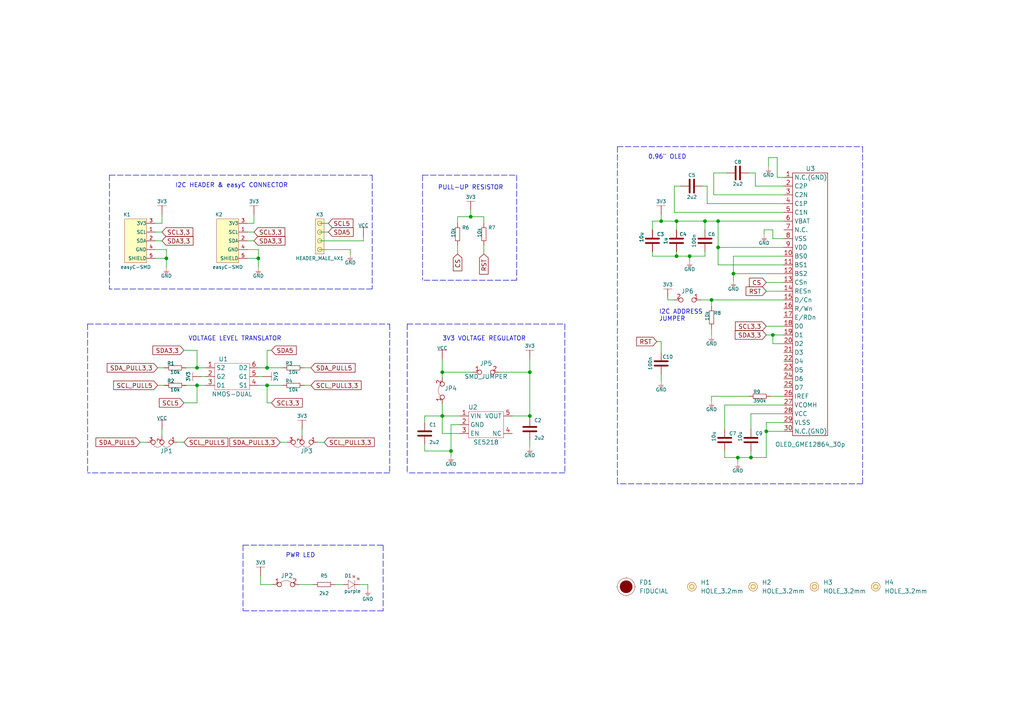
<source format=kicad_sch>
(kicad_sch (version 20211123) (generator eeschema)

  (uuid 7b8cc2f0-7e7f-4d32-9674-90a69f3770de)

  (paper "A4")

  (title_block
    (title "OLED 0.96\"")
    (date "2021-11-26")
    (rev "V1.2.2.")
    (company "SOLDERED")
    (comment 1 "333100")
  )

  (lib_symbols
    (symbol "e-radionica.com schematics:0402LED" (pin_numbers hide) (pin_names (offset 0.254) hide) (in_bom yes) (on_board yes)
      (property "Reference" "D" (id 0) (at -0.635 2.54 0)
        (effects (font (size 1 1)))
      )
      (property "Value" "0402LED" (id 1) (at 0 -2.54 0)
        (effects (font (size 1 1)))
      )
      (property "Footprint" "e-radionica.com footprinti:0402LED" (id 2) (at 0 5.08 0)
        (effects (font (size 1 1)) hide)
      )
      (property "Datasheet" "" (id 3) (at 0 0 0)
        (effects (font (size 1 1)) hide)
      )
      (symbol "0402LED_0_1"
        (polyline
          (pts
            (xy -0.635 1.27)
            (xy 1.27 0)
          )
          (stroke (width 0.0006) (type default) (color 0 0 0 0))
          (fill (type none))
        )
        (polyline
          (pts
            (xy 0.635 1.905)
            (xy 1.27 2.54)
          )
          (stroke (width 0.0006) (type default) (color 0 0 0 0))
          (fill (type none))
        )
        (polyline
          (pts
            (xy 1.27 1.27)
            (xy 1.27 -1.27)
          )
          (stroke (width 0.0006) (type default) (color 0 0 0 0))
          (fill (type none))
        )
        (polyline
          (pts
            (xy 1.905 1.27)
            (xy 2.54 1.905)
          )
          (stroke (width 0.0006) (type default) (color 0 0 0 0))
          (fill (type none))
        )
        (polyline
          (pts
            (xy -0.635 1.27)
            (xy -0.635 -1.27)
            (xy 1.27 0)
          )
          (stroke (width 0.0006) (type default) (color 0 0 0 0))
          (fill (type none))
        )
        (polyline
          (pts
            (xy 1.27 2.54)
            (xy 0.635 2.54)
            (xy 1.27 1.905)
            (xy 1.27 2.54)
          )
          (stroke (width 0.0006) (type default) (color 0 0 0 0))
          (fill (type none))
        )
        (polyline
          (pts
            (xy 2.54 1.905)
            (xy 1.905 1.905)
            (xy 2.54 1.27)
            (xy 2.54 1.905)
          )
          (stroke (width 0.0006) (type default) (color 0 0 0 0))
          (fill (type none))
        )
      )
      (symbol "0402LED_1_1"
        (pin passive line (at -1.905 0 0) (length 1.27)
          (name "A" (effects (font (size 1.27 1.27))))
          (number "1" (effects (font (size 1.27 1.27))))
        )
        (pin passive line (at 2.54 0 180) (length 1.27)
          (name "K" (effects (font (size 1.27 1.27))))
          (number "2" (effects (font (size 1.27 1.27))))
        )
      )
    )
    (symbol "e-radionica.com schematics:0402R" (pin_numbers hide) (pin_names (offset 0.254)) (in_bom yes) (on_board yes)
      (property "Reference" "R" (id 0) (at -1.905 1.27 0)
        (effects (font (size 1 1)))
      )
      (property "Value" "0402R" (id 1) (at 0 -1.27 0)
        (effects (font (size 1 1)))
      )
      (property "Footprint" "e-radionica.com footprinti:0402R" (id 2) (at -2.54 1.905 0)
        (effects (font (size 1 1)) hide)
      )
      (property "Datasheet" "" (id 3) (at -2.54 1.905 0)
        (effects (font (size 1 1)) hide)
      )
      (symbol "0402R_0_1"
        (rectangle (start -1.905 -0.635) (end 1.905 -0.6604)
          (stroke (width 0.1) (type default) (color 0 0 0 0))
          (fill (type none))
        )
        (rectangle (start -1.905 0.635) (end -1.8796 -0.635)
          (stroke (width 0.1) (type default) (color 0 0 0 0))
          (fill (type none))
        )
        (rectangle (start -1.905 0.635) (end 1.905 0.6096)
          (stroke (width 0.1) (type default) (color 0 0 0 0))
          (fill (type none))
        )
        (rectangle (start 1.905 0.635) (end 1.9304 -0.635)
          (stroke (width 0.1) (type default) (color 0 0 0 0))
          (fill (type none))
        )
      )
      (symbol "0402R_1_1"
        (pin passive line (at -3.175 0 0) (length 1.27)
          (name "~" (effects (font (size 1.27 1.27))))
          (number "1" (effects (font (size 1.27 1.27))))
        )
        (pin passive line (at 3.175 0 180) (length 1.27)
          (name "~" (effects (font (size 1.27 1.27))))
          (number "2" (effects (font (size 1.27 1.27))))
        )
      )
    )
    (symbol "e-radionica.com schematics:0603C" (pin_numbers hide) (pin_names (offset 0.002)) (in_bom yes) (on_board yes)
      (property "Reference" "C" (id 0) (at -0.635 3.175 0)
        (effects (font (size 1 1)))
      )
      (property "Value" "0603C" (id 1) (at 0 -3.175 0)
        (effects (font (size 1 1)))
      )
      (property "Footprint" "e-radionica.com footprinti:0603C" (id 2) (at 0 0 0)
        (effects (font (size 1 1)) hide)
      )
      (property "Datasheet" "" (id 3) (at 0 0 0)
        (effects (font (size 1 1)) hide)
      )
      (symbol "0603C_0_1"
        (polyline
          (pts
            (xy -0.635 1.905)
            (xy -0.635 -1.905)
          )
          (stroke (width 0.5) (type default) (color 0 0 0 0))
          (fill (type none))
        )
        (polyline
          (pts
            (xy 0.635 1.905)
            (xy 0.635 -1.905)
          )
          (stroke (width 0.5) (type default) (color 0 0 0 0))
          (fill (type none))
        )
      )
      (symbol "0603C_1_1"
        (pin passive line (at -3.175 0 0) (length 2.54)
          (name "~" (effects (font (size 1.27 1.27))))
          (number "1" (effects (font (size 1.27 1.27))))
        )
        (pin passive line (at 3.175 0 180) (length 2.54)
          (name "~" (effects (font (size 1.27 1.27))))
          (number "2" (effects (font (size 1.27 1.27))))
        )
      )
    )
    (symbol "e-radionica.com schematics:0603R" (pin_numbers hide) (pin_names (offset 0.254)) (in_bom yes) (on_board yes)
      (property "Reference" "R" (id 0) (at -1.905 1.905 0)
        (effects (font (size 1 1)))
      )
      (property "Value" "0603R" (id 1) (at 0 -1.905 0)
        (effects (font (size 1 1)))
      )
      (property "Footprint" "e-radionica.com footprinti:0603R" (id 2) (at -0.635 1.905 0)
        (effects (font (size 1 1)) hide)
      )
      (property "Datasheet" "" (id 3) (at -0.635 1.905 0)
        (effects (font (size 1 1)) hide)
      )
      (symbol "0603R_0_1"
        (rectangle (start -1.905 -0.635) (end 1.905 -0.6604)
          (stroke (width 0.1) (type default) (color 0 0 0 0))
          (fill (type none))
        )
        (rectangle (start -1.905 0.635) (end -1.8796 -0.635)
          (stroke (width 0.1) (type default) (color 0 0 0 0))
          (fill (type none))
        )
        (rectangle (start -1.905 0.635) (end 1.905 0.6096)
          (stroke (width 0.1) (type default) (color 0 0 0 0))
          (fill (type none))
        )
        (rectangle (start 1.905 0.635) (end 1.9304 -0.635)
          (stroke (width 0.1) (type default) (color 0 0 0 0))
          (fill (type none))
        )
      )
      (symbol "0603R_1_1"
        (pin passive line (at -3.175 0 0) (length 1.27)
          (name "~" (effects (font (size 1.27 1.27))))
          (number "1" (effects (font (size 1.27 1.27))))
        )
        (pin passive line (at 3.175 0 180) (length 1.27)
          (name "~" (effects (font (size 1.27 1.27))))
          (number "2" (effects (font (size 1.27 1.27))))
        )
      )
    )
    (symbol "e-radionica.com schematics:1206C" (pin_numbers hide) (in_bom yes) (on_board yes)
      (property "Reference" "C" (id 0) (at -0.635 3.175 0)
        (effects (font (size 1 1)))
      )
      (property "Value" "1206C" (id 1) (at 0 -3.175 0)
        (effects (font (size 1 1)))
      )
      (property "Footprint" "e-radionica.com footprinti:1206C" (id 2) (at 0 0 0)
        (effects (font (size 1 1)) hide)
      )
      (property "Datasheet" "" (id 3) (at 0 0 0)
        (effects (font (size 1 1)) hide)
      )
      (symbol "1206C_0_1"
        (polyline
          (pts
            (xy -0.635 1.905)
            (xy -0.635 -1.905)
          )
          (stroke (width 0.5) (type default) (color 0 0 0 0))
          (fill (type none))
        )
        (polyline
          (pts
            (xy 0.635 1.905)
            (xy 0.635 -1.905)
          )
          (stroke (width 0.5) (type default) (color 0 0 0 0))
          (fill (type none))
        )
      )
      (symbol "1206C_1_1"
        (pin passive line (at -3.175 0 0) (length 2.54)
          (name "~" (effects (font (size 1.27 1.27))))
          (number "1" (effects (font (size 1.27 1.27))))
        )
        (pin passive line (at 3.175 0 180) (length 2.54)
          (name "~" (effects (font (size 1.27 1.27))))
          (number "2" (effects (font (size 1.27 1.27))))
        )
      )
    )
    (symbol "e-radionica.com schematics:3V3" (power) (pin_names (offset 0)) (in_bom yes) (on_board yes)
      (property "Reference" "#PWR" (id 0) (at 4.445 0 0)
        (effects (font (size 1 1)) hide)
      )
      (property "Value" "3V3" (id 1) (at 0 3.556 0)
        (effects (font (size 1 1)))
      )
      (property "Footprint" "" (id 2) (at 4.445 3.81 0)
        (effects (font (size 1 1)) hide)
      )
      (property "Datasheet" "" (id 3) (at 4.445 3.81 0)
        (effects (font (size 1 1)) hide)
      )
      (property "ki_keywords" "power-flag" (id 4) (at 0 0 0)
        (effects (font (size 1.27 1.27)) hide)
      )
      (property "ki_description" "Power symbol creates a global label with name \"+3V3\"" (id 5) (at 0 0 0)
        (effects (font (size 1.27 1.27)) hide)
      )
      (symbol "3V3_0_1"
        (polyline
          (pts
            (xy -1.27 2.54)
            (xy 1.27 2.54)
          )
          (stroke (width 0.0006) (type default) (color 0 0 0 0))
          (fill (type none))
        )
        (polyline
          (pts
            (xy 0 0)
            (xy 0 2.54)
          )
          (stroke (width 0) (type default) (color 0 0 0 0))
          (fill (type none))
        )
      )
      (symbol "3V3_1_1"
        (pin power_in line (at 0 0 90) (length 0) hide
          (name "3V3" (effects (font (size 1.27 1.27))))
          (number "1" (effects (font (size 1.27 1.27))))
        )
      )
    )
    (symbol "e-radionica.com schematics:FIDUCIAL" (in_bom no) (on_board yes)
      (property "Reference" "FD" (id 0) (at 0 3.81 0)
        (effects (font (size 1.27 1.27)))
      )
      (property "Value" "FIDUCIAL" (id 1) (at 0 -3.81 0)
        (effects (font (size 1.27 1.27)))
      )
      (property "Footprint" "e-radionica.com footprinti:FIDUCIAL_23" (id 2) (at 0.254 -5.334 0)
        (effects (font (size 1.27 1.27)) hide)
      )
      (property "Datasheet" "" (id 3) (at 0 0 0)
        (effects (font (size 1.27 1.27)) hide)
      )
      (symbol "FIDUCIAL_0_1"
        (polyline
          (pts
            (xy -2.54 0)
            (xy -2.794 0)
          )
          (stroke (width 0.0006) (type default) (color 0 0 0 0))
          (fill (type none))
        )
        (polyline
          (pts
            (xy 0 -2.54)
            (xy 0 -2.794)
          )
          (stroke (width 0.0006) (type default) (color 0 0 0 0))
          (fill (type none))
        )
        (polyline
          (pts
            (xy 0 2.54)
            (xy 0 2.794)
          )
          (stroke (width 0.0006) (type default) (color 0 0 0 0))
          (fill (type none))
        )
        (polyline
          (pts
            (xy 2.54 0)
            (xy 2.794 0)
          )
          (stroke (width 0.0006) (type default) (color 0 0 0 0))
          (fill (type none))
        )
        (circle (center 0 0) (radius 1.7961)
          (stroke (width 0.001) (type default) (color 0 0 0 0))
          (fill (type outline))
        )
        (circle (center 0 0) (radius 2.54)
          (stroke (width 0.0006) (type default) (color 0 0 0 0))
          (fill (type none))
        )
      )
    )
    (symbol "e-radionica.com schematics:GND" (power) (pin_names (offset 0)) (in_bom yes) (on_board yes)
      (property "Reference" "#PWR" (id 0) (at 4.445 0 0)
        (effects (font (size 1 1)) hide)
      )
      (property "Value" "GND" (id 1) (at 0 -2.921 0)
        (effects (font (size 1 1)))
      )
      (property "Footprint" "" (id 2) (at 4.445 3.81 0)
        (effects (font (size 1 1)) hide)
      )
      (property "Datasheet" "" (id 3) (at 4.445 3.81 0)
        (effects (font (size 1 1)) hide)
      )
      (property "ki_keywords" "power-flag" (id 4) (at 0 0 0)
        (effects (font (size 1.27 1.27)) hide)
      )
      (property "ki_description" "Power symbol creates a global label with name \"GND\"" (id 5) (at 0 0 0)
        (effects (font (size 1.27 1.27)) hide)
      )
      (symbol "GND_0_1"
        (polyline
          (pts
            (xy -0.762 -1.27)
            (xy 0.762 -1.27)
          )
          (stroke (width 0.0006) (type default) (color 0 0 0 0))
          (fill (type none))
        )
        (polyline
          (pts
            (xy -0.635 -1.524)
            (xy 0.635 -1.524)
          )
          (stroke (width 0.0006) (type default) (color 0 0 0 0))
          (fill (type none))
        )
        (polyline
          (pts
            (xy -0.381 -1.778)
            (xy 0.381 -1.778)
          )
          (stroke (width 0.0006) (type default) (color 0 0 0 0))
          (fill (type none))
        )
        (polyline
          (pts
            (xy -0.127 -2.032)
            (xy 0.127 -2.032)
          )
          (stroke (width 0.0006) (type default) (color 0 0 0 0))
          (fill (type none))
        )
        (polyline
          (pts
            (xy 0 0)
            (xy 0 -1.27)
          )
          (stroke (width 0.0006) (type default) (color 0 0 0 0))
          (fill (type none))
        )
      )
      (symbol "GND_1_1"
        (pin power_in line (at 0 0 270) (length 0) hide
          (name "GND" (effects (font (size 1.27 1.27))))
          (number "1" (effects (font (size 1.27 1.27))))
        )
      )
    )
    (symbol "e-radionica.com schematics:GND_3" (power) (pin_names (offset 0)) (in_bom yes) (on_board yes)
      (property "Reference" "#PWR" (id 0) (at 4.445 0 0)
        (effects (font (size 1 1)) hide)
      )
      (property "Value" "GND" (id 1) (at 0 -2.921 0)
        (effects (font (size 1 1)))
      )
      (property "Footprint" "" (id 2) (at 4.445 3.81 0)
        (effects (font (size 1 1)) hide)
      )
      (property "Datasheet" "" (id 3) (at 4.445 3.81 0)
        (effects (font (size 1 1)) hide)
      )
      (property "ki_keywords" "power-flag" (id 4) (at 0 0 0)
        (effects (font (size 1.27 1.27)) hide)
      )
      (property "ki_description" "Power symbol creates a global label with name \"+3V3\"" (id 5) (at 0 0 0)
        (effects (font (size 1.27 1.27)) hide)
      )
      (symbol "GND_3_0_1"
        (polyline
          (pts
            (xy -0.762 -1.27)
            (xy 0.762 -1.27)
          )
          (stroke (width 0.0006) (type default) (color 0 0 0 0))
          (fill (type none))
        )
        (polyline
          (pts
            (xy -0.635 -1.524)
            (xy 0.635 -1.524)
          )
          (stroke (width 0.0006) (type default) (color 0 0 0 0))
          (fill (type none))
        )
        (polyline
          (pts
            (xy -0.381 -1.778)
            (xy 0.381 -1.778)
          )
          (stroke (width 0.0006) (type default) (color 0 0 0 0))
          (fill (type none))
        )
        (polyline
          (pts
            (xy -0.127 -2.032)
            (xy 0.127 -2.032)
          )
          (stroke (width 0.0006) (type default) (color 0 0 0 0))
          (fill (type none))
        )
        (polyline
          (pts
            (xy 0 0)
            (xy 0 -1.27)
          )
          (stroke (width 0.0006) (type default) (color 0 0 0 0))
          (fill (type none))
        )
      )
      (symbol "GND_3_1_1"
        (pin power_in line (at 0 0 270) (length 0) hide
          (name "GND" (effects (font (size 1.27 1.27))))
          (number "1" (effects (font (size 1.27 1.27))))
        )
      )
    )
    (symbol "e-radionica.com schematics:HEADER_MALE_4X1" (pin_numbers hide) (pin_names hide) (in_bom yes) (on_board yes)
      (property "Reference" "K" (id 0) (at -0.635 7.62 0)
        (effects (font (size 1 1)))
      )
      (property "Value" "HEADER_MALE_4X1" (id 1) (at 0 -5.08 0)
        (effects (font (size 1 1)))
      )
      (property "Footprint" "e-radionica.com footprinti:HEADER_MALE_4X1" (id 2) (at 0 -2.54 0)
        (effects (font (size 1 1)) hide)
      )
      (property "Datasheet" "" (id 3) (at 0 -2.54 0)
        (effects (font (size 1 1)) hide)
      )
      (symbol "HEADER_MALE_4X1_0_1"
        (circle (center 0 -2.54) (radius 0.635)
          (stroke (width 0.0006) (type default) (color 0 0 0 0))
          (fill (type none))
        )
        (circle (center 0 0) (radius 0.635)
          (stroke (width 0.0006) (type default) (color 0 0 0 0))
          (fill (type none))
        )
        (circle (center 0 2.54) (radius 0.635)
          (stroke (width 0.0006) (type default) (color 0 0 0 0))
          (fill (type none))
        )
        (circle (center 0 5.08) (radius 0.635)
          (stroke (width 0.0006) (type default) (color 0 0 0 0))
          (fill (type none))
        )
        (rectangle (start 1.27 -3.81) (end -1.27 6.35)
          (stroke (width 0.001) (type default) (color 0 0 0 0))
          (fill (type background))
        )
      )
      (symbol "HEADER_MALE_4X1_1_1"
        (pin passive line (at 0 -2.54 180) (length 0)
          (name "~" (effects (font (size 1 1))))
          (number "1" (effects (font (size 1 1))))
        )
        (pin passive line (at 0 0 180) (length 0)
          (name "~" (effects (font (size 1 1))))
          (number "2" (effects (font (size 1 1))))
        )
        (pin passive line (at 0 2.54 180) (length 0)
          (name "~" (effects (font (size 1 1))))
          (number "3" (effects (font (size 1 1))))
        )
        (pin passive line (at 0 5.08 180) (length 0)
          (name "~" (effects (font (size 1 1))))
          (number "4" (effects (font (size 1 1))))
        )
      )
    )
    (symbol "e-radionica.com schematics:HOLE_3.2mm" (pin_numbers hide) (pin_names hide) (in_bom yes) (on_board yes)
      (property "Reference" "H" (id 0) (at 0 2.54 0)
        (effects (font (size 1.27 1.27)))
      )
      (property "Value" "HOLE_3.2mm" (id 1) (at 0 -2.54 0)
        (effects (font (size 1.27 1.27)))
      )
      (property "Footprint" "e-radionica.com footprinti:HOLE_3.2mm" (id 2) (at 0 0 0)
        (effects (font (size 1.27 1.27)) hide)
      )
      (property "Datasheet" "" (id 3) (at 0 0 0)
        (effects (font (size 1.27 1.27)) hide)
      )
      (symbol "HOLE_3.2mm_0_1"
        (circle (center 0 0) (radius 0.635)
          (stroke (width 0.0006) (type default) (color 0 0 0 0))
          (fill (type none))
        )
        (circle (center 0 0) (radius 1.27)
          (stroke (width 0.001) (type default) (color 0 0 0 0))
          (fill (type background))
        )
      )
    )
    (symbol "e-radionica.com schematics:NMOS-DUAL" (in_bom yes) (on_board yes)
      (property "Reference" "U" (id 0) (at -3.81 5.08 0)
        (effects (font (size 1.27 1.27)))
      )
      (property "Value" "NMOS-DUAL" (id 1) (at 0 -5.08 0)
        (effects (font (size 1.27 1.27)))
      )
      (property "Footprint" "e-radionica.com footprinti:SOT-363" (id 2) (at 0 -7.62 0)
        (effects (font (size 1.27 1.27)) hide)
      )
      (property "Datasheet" "" (id 3) (at 0 -2.54 0)
        (effects (font (size 1.27 1.27)) hide)
      )
      (symbol "NMOS-DUAL_0_1"
        (rectangle (start -5.08 3.81) (end 5.08 -3.81)
          (stroke (width 0.0006) (type default) (color 0 0 0 0))
          (fill (type none))
        )
      )
      (symbol "NMOS-DUAL_1_1"
        (pin input line (at -7.62 2.54 0) (length 2.54)
          (name "S2" (effects (font (size 1.27 1.27))))
          (number "1" (effects (font (size 1.27 1.27))))
        )
        (pin input line (at -7.62 0 0) (length 2.54)
          (name "G2" (effects (font (size 1.27 1.27))))
          (number "2" (effects (font (size 1.27 1.27))))
        )
        (pin input line (at -7.62 -2.54 0) (length 2.54)
          (name "D1" (effects (font (size 1.27 1.27))))
          (number "3" (effects (font (size 1.27 1.27))))
        )
        (pin input line (at 7.62 -2.54 180) (length 2.54)
          (name "S1" (effects (font (size 1.27 1.27))))
          (number "4" (effects (font (size 1.27 1.27))))
        )
        (pin input line (at 7.62 0 180) (length 2.54)
          (name "G1" (effects (font (size 1.27 1.27))))
          (number "5" (effects (font (size 1.27 1.27))))
        )
        (pin input line (at 7.62 2.54 180) (length 2.54)
          (name "D2" (effects (font (size 1.27 1.27))))
          (number "6" (effects (font (size 1.27 1.27))))
        )
      )
    )
    (symbol "e-radionica.com schematics:OLED_GME12864_30p" (in_bom yes) (on_board yes)
      (property "Reference" "U" (id 0) (at -1.27 39.37 0)
        (effects (font (size 1.27 1.27)))
      )
      (property "Value" "OLED_GME12864_30p" (id 1) (at 0 -39.37 0)
        (effects (font (size 1.27 1.27)))
      )
      (property "Footprint" "e-radionica.com footprinti:OLED_GME128x64_30p" (id 2) (at 5.08 0 0)
        (effects (font (size 1.27 1.27)) hide)
      )
      (property "Datasheet" "" (id 3) (at 5.08 0 0)
        (effects (font (size 1.27 1.27)) hide)
      )
      (property "ki_keywords" "OLED 128x64" (id 4) (at 0 0 0)
        (effects (font (size 1.27 1.27)) hide)
      )
      (property "ki_description" "OLED 30PIN 128x64 0.7mm pitch" (id 5) (at 0 0 0)
        (effects (font (size 1.27 1.27)) hide)
      )
      (symbol "OLED_GME12864_30p_0_1"
        (rectangle (start -5.08 38.1) (end 5.08 -38.1)
          (stroke (width 0.1524) (type default) (color 0 0 0 0))
          (fill (type none))
        )
      )
      (symbol "OLED_GME12864_30p_1_1"
        (pin power_out line (at -7.62 36.83 0) (length 2.54)
          (name "N.C.(GND)" (effects (font (size 1.27 1.27))))
          (number "1" (effects (font (size 1.27 1.27))))
        )
        (pin bidirectional line (at -7.62 13.97 0) (length 2.54)
          (name "BS0" (effects (font (size 1.27 1.27))))
          (number "10" (effects (font (size 1.27 1.27))))
        )
        (pin bidirectional line (at -7.62 11.43 0) (length 2.54)
          (name "BS1" (effects (font (size 1.27 1.27))))
          (number "11" (effects (font (size 1.27 1.27))))
        )
        (pin bidirectional line (at -7.62 8.89 0) (length 2.54)
          (name "BS2" (effects (font (size 1.27 1.27))))
          (number "12" (effects (font (size 1.27 1.27))))
        )
        (pin bidirectional line (at -7.62 6.35 0) (length 2.54)
          (name "CSn" (effects (font (size 1.27 1.27))))
          (number "13" (effects (font (size 1.27 1.27))))
        )
        (pin bidirectional line (at -7.62 3.81 0) (length 2.54)
          (name "RESn" (effects (font (size 1.27 1.27))))
          (number "14" (effects (font (size 1.27 1.27))))
        )
        (pin bidirectional line (at -7.62 1.27 0) (length 2.54)
          (name "D/Cn" (effects (font (size 1.27 1.27))))
          (number "15" (effects (font (size 1.27 1.27))))
        )
        (pin bidirectional line (at -7.62 -1.27 0) (length 2.54)
          (name "R/Wn" (effects (font (size 1.27 1.27))))
          (number "16" (effects (font (size 1.27 1.27))))
        )
        (pin bidirectional line (at -7.62 -3.81 0) (length 2.54)
          (name "E/RDn" (effects (font (size 1.27 1.27))))
          (number "17" (effects (font (size 1.27 1.27))))
        )
        (pin bidirectional line (at -7.62 -6.35 0) (length 2.54)
          (name "D0" (effects (font (size 1.27 1.27))))
          (number "18" (effects (font (size 1.27 1.27))))
        )
        (pin bidirectional line (at -7.62 -8.89 0) (length 2.54)
          (name "D1" (effects (font (size 1.27 1.27))))
          (number "19" (effects (font (size 1.27 1.27))))
        )
        (pin bidirectional line (at -7.62 34.29 0) (length 2.54)
          (name "C2P" (effects (font (size 1.27 1.27))))
          (number "2" (effects (font (size 1.27 1.27))))
        )
        (pin bidirectional line (at -7.62 -11.43 0) (length 2.54)
          (name "D2" (effects (font (size 1.27 1.27))))
          (number "20" (effects (font (size 1.27 1.27))))
        )
        (pin bidirectional line (at -7.62 -13.97 0) (length 2.54)
          (name "D3" (effects (font (size 1.27 1.27))))
          (number "21" (effects (font (size 1.27 1.27))))
        )
        (pin bidirectional line (at -7.62 -16.51 0) (length 2.54)
          (name "D4" (effects (font (size 1.27 1.27))))
          (number "22" (effects (font (size 1.27 1.27))))
        )
        (pin bidirectional line (at -7.62 -19.05 0) (length 2.54)
          (name "D5" (effects (font (size 1.27 1.27))))
          (number "23" (effects (font (size 1.27 1.27))))
        )
        (pin bidirectional line (at -7.62 -21.59 0) (length 2.54)
          (name "D6" (effects (font (size 1.27 1.27))))
          (number "24" (effects (font (size 1.27 1.27))))
        )
        (pin bidirectional line (at -7.62 -24.13 0) (length 2.54)
          (name "D7" (effects (font (size 1.27 1.27))))
          (number "25" (effects (font (size 1.27 1.27))))
        )
        (pin bidirectional line (at -7.62 -26.67 0) (length 2.54)
          (name "IREF" (effects (font (size 1.27 1.27))))
          (number "26" (effects (font (size 1.27 1.27))))
        )
        (pin bidirectional line (at -7.62 -29.21 0) (length 2.54)
          (name "VCOMH" (effects (font (size 1.27 1.27))))
          (number "27" (effects (font (size 1.27 1.27))))
        )
        (pin power_in line (at -7.62 -31.75 0) (length 2.54)
          (name "VCC" (effects (font (size 1.27 1.27))))
          (number "28" (effects (font (size 1.27 1.27))))
        )
        (pin bidirectional line (at -7.62 -34.29 0) (length 2.54)
          (name "VLSS" (effects (font (size 1.27 1.27))))
          (number "29" (effects (font (size 1.27 1.27))))
        )
        (pin bidirectional line (at -7.62 31.75 0) (length 2.54)
          (name "C2N" (effects (font (size 1.27 1.27))))
          (number "3" (effects (font (size 1.27 1.27))))
        )
        (pin power_out line (at -7.62 -36.83 0) (length 2.54)
          (name "N.C.(GND)" (effects (font (size 1.27 1.27))))
          (number "30" (effects (font (size 1.27 1.27))))
        )
        (pin bidirectional line (at -7.62 29.21 0) (length 2.54)
          (name "C1P" (effects (font (size 1.27 1.27))))
          (number "4" (effects (font (size 1.27 1.27))))
        )
        (pin bidirectional line (at -7.62 26.67 0) (length 2.54)
          (name "C1N" (effects (font (size 1.27 1.27))))
          (number "5" (effects (font (size 1.27 1.27))))
        )
        (pin bidirectional line (at -7.62 24.13 0) (length 2.54)
          (name "VBAT" (effects (font (size 1.27 1.27))))
          (number "6" (effects (font (size 1.27 1.27))))
        )
        (pin bidirectional line (at -7.62 21.59 0) (length 2.54)
          (name "N.C." (effects (font (size 1.27 1.27))))
          (number "7" (effects (font (size 1.27 1.27))))
        )
        (pin power_out line (at -7.62 19.05 0) (length 2.54)
          (name "VSS" (effects (font (size 1.27 1.27))))
          (number "8" (effects (font (size 1.27 1.27))))
        )
        (pin power_in line (at -7.62 16.51 0) (length 2.54)
          (name "VDD" (effects (font (size 1.27 1.27))))
          (number "9" (effects (font (size 1.27 1.27))))
        )
      )
    )
    (symbol "e-radionica.com schematics:SE5218" (in_bom yes) (on_board yes)
      (property "Reference" "U" (id 0) (at -3.81 5.08 0)
        (effects (font (size 1.27 1.27)))
      )
      (property "Value" "SE5218" (id 1) (at 0 -5.08 0)
        (effects (font (size 1.27 1.27)))
      )
      (property "Footprint" "e-radionica.com footprinti:SOT-23-5" (id 2) (at 0 0 0)
        (effects (font (size 1.27 1.27)) hide)
      )
      (property "Datasheet" "" (id 3) (at 0 0 0)
        (effects (font (size 1.27 1.27)) hide)
      )
      (symbol "SE5218_0_1"
        (rectangle (start -5.08 3.81) (end 5.08 -3.81)
          (stroke (width 0.0006) (type default) (color 0 0 0 0))
          (fill (type none))
        )
      )
      (symbol "SE5218_1_1"
        (pin power_in line (at -7.62 2.54 0) (length 2.54)
          (name "VIN" (effects (font (size 1.27 1.27))))
          (number "1" (effects (font (size 1.27 1.27))))
        )
        (pin power_in line (at -7.62 0 0) (length 2.54)
          (name "GND" (effects (font (size 1.27 1.27))))
          (number "2" (effects (font (size 1.27 1.27))))
        )
        (pin input line (at -7.62 -2.54 0) (length 2.54)
          (name "EN" (effects (font (size 1.27 1.27))))
          (number "3" (effects (font (size 1.27 1.27))))
        )
        (pin passive line (at 7.62 -2.54 180) (length 2.54)
          (name "NC" (effects (font (size 1.27 1.27))))
          (number "4" (effects (font (size 1.27 1.27))))
        )
        (pin power_out line (at 7.62 2.54 180) (length 2.54)
          (name "VOUT" (effects (font (size 1.27 1.27))))
          (number "5" (effects (font (size 1.27 1.27))))
        )
      )
    )
    (symbol "e-radionica.com schematics:SMD-JUMPER-CONNECTED_TRACE_SLODERMASK" (in_bom yes) (on_board yes)
      (property "Reference" "JP" (id 0) (at 0 3.556 0)
        (effects (font (size 1.27 1.27)))
      )
      (property "Value" "SMD-JUMPER-CONNECTED_TRACE_SLODERMASK" (id 1) (at 0 -2.54 0)
        (effects (font (size 1.27 1.27)))
      )
      (property "Footprint" "e-radionica.com footprinti:SMD-JUMPER-CONNECTED_TRACE_SLODERMASK" (id 2) (at 0 -5.715 0)
        (effects (font (size 1.27 1.27)) hide)
      )
      (property "Datasheet" "" (id 3) (at 0 0 0)
        (effects (font (size 1.27 1.27)) hide)
      )
      (symbol "SMD-JUMPER-CONNECTED_TRACE_SLODERMASK_0_1"
        (arc (start 1.397 0.5842) (mid -0.2077 1.1365) (end -1.8034 0.5588)
          (stroke (width 0.0006) (type default) (color 0 0 0 0))
          (fill (type none))
        )
      )
      (symbol "SMD-JUMPER-CONNECTED_TRACE_SLODERMASK_1_1"
        (pin passive inverted (at -4.064 0 0) (length 2.54)
          (name "" (effects (font (size 1.27 1.27))))
          (number "1" (effects (font (size 1.27 1.27))))
        )
        (pin passive inverted (at 3.556 0 180) (length 2.54)
          (name "" (effects (font (size 1.27 1.27))))
          (number "2" (effects (font (size 1.27 1.27))))
        )
      )
    )
    (symbol "e-radionica.com schematics:SMD_JUMPER" (in_bom yes) (on_board yes)
      (property "Reference" "JP" (id 0) (at 0 1.397 0)
        (effects (font (size 1.27 1.27)))
      )
      (property "Value" "SMD_JUMPER" (id 1) (at 0.508 -3.048 0)
        (effects (font (size 1.27 1.27)))
      )
      (property "Footprint" "e-radionica.com footprinti:SMD_JUMPER" (id 2) (at 0 0 0)
        (effects (font (size 1.27 1.27)) hide)
      )
      (property "Datasheet" "" (id 3) (at 0 0 0)
        (effects (font (size 1.27 1.27)) hide)
      )
      (symbol "SMD_JUMPER_1_1"
        (pin passive inverted (at -3.81 0 0) (length 2.54)
          (name "" (effects (font (size 1.27 1.27))))
          (number "1" (effects (font (size 1.27 1.27))))
        )
        (pin passive inverted (at 3.81 0 180) (length 2.54)
          (name "" (effects (font (size 1.27 1.27))))
          (number "2" (effects (font (size 1.27 1.27))))
        )
      )
    )
    (symbol "e-radionica.com schematics:SMD_JUMPER_3_PAD_TRACE" (in_bom yes) (on_board yes)
      (property "Reference" "JP" (id 0) (at 0.0254 5.461 0)
        (effects (font (size 1.27 1.27)))
      )
      (property "Value" "SMD_JUMPER_3_PAD_TRACE" (id 1) (at 0.3048 -4.572 0)
        (effects (font (size 1.27 1.27)))
      )
      (property "Footprint" "e-radionica.com footprinti:SMD_JUMPER_3_PAD_TRACE" (id 2) (at 0 -1.27 0)
        (effects (font (size 1.27 1.27)) hide)
      )
      (property "Datasheet" "" (id 3) (at 0 0 0)
        (effects (font (size 1.27 1.27)) hide)
      )
      (symbol "SMD_JUMPER_3_PAD_TRACE_0_1"
        (arc (start 0 0.5842) (mid -1.2996 1.472) (end -2.6162 0.6096)
          (stroke (width 0.0006) (type default) (color 0 0 0 0))
          (fill (type none))
        )
        (arc (start 2.5908 0.6604) (mid 1.2796 1.4379) (end 0 0.6096)
          (stroke (width 0.0006) (type default) (color 0 0 0 0))
          (fill (type none))
        )
      )
      (symbol "SMD_JUMPER_3_PAD_TRACE_1_1"
        (pin passive inverted (at -4.5212 -0.0254 0) (length 2.54)
          (name "" (effects (font (size 1 1))))
          (number "1" (effects (font (size 1 1))))
        )
        (pin passive inverted (at 0.0254 -1.9304 90) (length 2.54)
          (name "" (effects (font (size 1 1))))
          (number "2" (effects (font (size 1 1))))
        )
        (pin passive inverted (at 4.4704 0 180) (length 2.54)
          (name "" (effects (font (size 1 1))))
          (number "3" (effects (font (size 1 1))))
        )
      )
    )
    (symbol "e-radionica.com schematics:VCC" (power) (pin_names (offset 0)) (in_bom yes) (on_board yes)
      (property "Reference" "#PWR" (id 0) (at 4.445 0 0)
        (effects (font (size 1 1)) hide)
      )
      (property "Value" "VCC" (id 1) (at 0 3.556 0)
        (effects (font (size 1 1)))
      )
      (property "Footprint" "" (id 2) (at 4.445 3.81 0)
        (effects (font (size 1 1)) hide)
      )
      (property "Datasheet" "" (id 3) (at 4.445 3.81 0)
        (effects (font (size 1 1)) hide)
      )
      (property "ki_keywords" "power-flag" (id 4) (at 0 0 0)
        (effects (font (size 1.27 1.27)) hide)
      )
      (property "ki_description" "Power symbol creates a global label with name \"VCC\"" (id 5) (at 0 0 0)
        (effects (font (size 1.27 1.27)) hide)
      )
      (symbol "VCC_0_1"
        (polyline
          (pts
            (xy -1.27 2.54)
            (xy 1.27 2.54)
          )
          (stroke (width 0.0006) (type default) (color 0 0 0 0))
          (fill (type none))
        )
        (polyline
          (pts
            (xy 0 0)
            (xy 0 2.54)
          )
          (stroke (width 0) (type default) (color 0 0 0 0))
          (fill (type none))
        )
      )
      (symbol "VCC_1_1"
        (pin power_in line (at 0 0 90) (length 0) hide
          (name "VCC" (effects (font (size 1.27 1.27))))
          (number "1" (effects (font (size 1.27 1.27))))
        )
      )
    )
    (symbol "e-radionica.com schematics:easyC-SMD" (pin_names (offset 0.002)) (in_bom yes) (on_board yes)
      (property "Reference" "K" (id 0) (at -2.54 10.16 0)
        (effects (font (size 1 1)))
      )
      (property "Value" "easyC-SMD" (id 1) (at 0 -5.08 0)
        (effects (font (size 1 1)))
      )
      (property "Footprint" "e-radionica.com footprinti:easyC-connector" (id 2) (at 3.175 2.54 0)
        (effects (font (size 1 1)) hide)
      )
      (property "Datasheet" "" (id 3) (at 3.175 2.54 0)
        (effects (font (size 1 1)) hide)
      )
      (symbol "easyC-SMD_0_1"
        (rectangle (start -3.175 8.89) (end 3.175 -3.81)
          (stroke (width 0.001) (type default) (color 0 0 0 0))
          (fill (type background))
        )
      )
      (symbol "easyC-SMD_1_1"
        (pin passive line (at 5.715 5.08 180) (length 2.54)
          (name "SCL" (effects (font (size 1 1))))
          (number "1" (effects (font (size 1 1))))
        )
        (pin passive line (at 5.715 2.54 180) (length 2.54)
          (name "SDA" (effects (font (size 1 1))))
          (number "2" (effects (font (size 1 1))))
        )
        (pin passive line (at 5.715 7.62 180) (length 2.54)
          (name "3V3" (effects (font (size 1 1))))
          (number "3" (effects (font (size 1 1))))
        )
        (pin passive line (at 5.715 0 180) (length 2.54)
          (name "GND" (effects (font (size 1 1))))
          (number "4" (effects (font (size 1 1))))
        )
        (pin passive line (at 5.715 -2.54 180) (length 2.54)
          (name "SHIELD" (effects (font (size 1 1))))
          (number "5" (effects (font (size 1 1))))
        )
      )
    )
  )

  (junction (at 217.805 132.715) (diameter 0.9144) (color 0 0 0 0)
    (uuid 0ce8d3ab-2662-4158-8a2a-18b782908fc5)
  )
  (junction (at 212.725 79.375) (diameter 0.9144) (color 0 0 0 0)
    (uuid 0e8f7fc0-2ef2-4b90-9c15-8a3a601ee459)
  )
  (junction (at 130.81 130.81) (diameter 0.9144) (color 0 0 0 0)
    (uuid 20c315f4-1e4f-49aa-8d61-778a7389df7e)
  )
  (junction (at 191.77 64.135) (diameter 0.9144) (color 0 0 0 0)
    (uuid 27d56953-c620-4d5b-9c1c-e48bc3d9684a)
  )
  (junction (at 222.25 125.095) (diameter 0.9144) (color 0 0 0 0)
    (uuid 29195ea4-8218-44a1-b4bf-466bee0082e4)
  )
  (junction (at 204.47 64.135) (diameter 0.9144) (color 0 0 0 0)
    (uuid 29e058a7-50a3-43e5-81c3-bfee53da08be)
  )
  (junction (at 208.28 71.755) (diameter 0.9144) (color 0 0 0 0)
    (uuid 382ca670-6ae8-4de6-90f9-f241d1337171)
  )
  (junction (at 200.025 74.295) (diameter 0.9144) (color 0 0 0 0)
    (uuid 3fd54105-4b7e-4004-9801-76ec66108a22)
  )
  (junction (at 206.375 86.995) (diameter 0.9144) (color 0 0 0 0)
    (uuid 5cf2db29-f7ab-499a-9907-cdeba64bf0f3)
  )
  (junction (at 196.215 74.295) (diameter 0.9144) (color 0 0 0 0)
    (uuid 6fd4442e-30b3-428b-9306-61418a63d311)
  )
  (junction (at 128.27 120.65) (diameter 0.9144) (color 0 0 0 0)
    (uuid 7a4ce4b3-518a-4819-b8b2-5127b3347c64)
  )
  (junction (at 136.525 62.865) (diameter 0.9144) (color 0 0 0 0)
    (uuid 7e0a03ae-d054-4f76-a131-5c09b8dc1636)
  )
  (junction (at 48.26 74.93) (diameter 0.9144) (color 0 0 0 0)
    (uuid 814763c2-92e5-4a2c-941c-9bbd073f6e87)
  )
  (junction (at 57.15 111.76) (diameter 0.9144) (color 0 0 0 0)
    (uuid 82be7aae-5d06-4178-8c3e-98760c41b054)
  )
  (junction (at 196.215 64.135) (diameter 0.9144) (color 0 0 0 0)
    (uuid 8d0c1d66-35ef-4a53-a28f-436a11b54f42)
  )
  (junction (at 153.67 120.65) (diameter 0.9144) (color 0 0 0 0)
    (uuid 9193c41e-d425-447d-b95c-6986d66ea01c)
  )
  (junction (at 77.47 111.76) (diameter 0.9144) (color 0 0 0 0)
    (uuid a6b7df29-bcf8-46a9-b623-7eaac47f5110)
  )
  (junction (at 128.27 107.95) (diameter 0.9144) (color 0 0 0 0)
    (uuid a9b3f6e4-7a6d-4ae8-ad28-3d8458e0ca1a)
  )
  (junction (at 213.995 132.715) (diameter 0.9144) (color 0 0 0 0)
    (uuid b0906e10-2fbc-4309-a8b4-6fc4cd1a5490)
  )
  (junction (at 224.155 97.155) (diameter 0.9144) (color 0 0 0 0)
    (uuid d0fb0864-e79b-4bdc-8e8e-eed0cabe6d56)
  )
  (junction (at 153.67 107.95) (diameter 0.9144) (color 0 0 0 0)
    (uuid d6fb27cf-362d-4568-967c-a5bf49d5931b)
  )
  (junction (at 77.47 106.68) (diameter 0.9144) (color 0 0 0 0)
    (uuid d9c6d5d2-0b49-49ba-a970-cd2c32f74c54)
  )
  (junction (at 74.93 74.93) (diameter 0.9144) (color 0 0 0 0)
    (uuid e1535036-5d36-405f-bb86-3819621c4f23)
  )
  (junction (at 57.15 106.68) (diameter 0.9144) (color 0 0 0 0)
    (uuid e65b62be-e01b-4688-a999-1d1be370c4ae)
  )
  (junction (at 208.28 64.135) (diameter 0.9144) (color 0 0 0 0)
    (uuid feb26ecb-9193-46ea-a41b-d09305bf0a3e)
  )

  (wire (pts (xy 222.25 122.555) (xy 222.25 125.095))
    (stroke (width 0) (type solid) (color 0 0 0 0))
    (uuid 01174273-784a-4aac-9a8c-fc659dca2557)
  )
  (wire (pts (xy 227.33 122.555) (xy 222.25 122.555))
    (stroke (width 0) (type solid) (color 0 0 0 0))
    (uuid 01174273-784a-4aac-9a8c-fc659dca2558)
  )
  (wire (pts (xy 101.6 72.39) (xy 101.6 73.66))
    (stroke (width 0) (type solid) (color 0 0 0 0))
    (uuid 01cea905-4aea-4d03-8bd4-9d2d6823797e)
  )
  (wire (pts (xy 196.215 64.135) (xy 196.215 66.675))
    (stroke (width 0) (type solid) (color 0 0 0 0))
    (uuid 025fa8d7-e7f6-4294-af02-15cc29529a6e)
  )
  (wire (pts (xy 48.26 72.39) (xy 48.26 74.93))
    (stroke (width 0) (type solid) (color 0 0 0 0))
    (uuid 08326bdf-62a9-41a2-bb1b-50167f883e05)
  )
  (wire (pts (xy 46.9646 126.3396) (xy 46.9646 124.46))
    (stroke (width 0) (type solid) (color 0 0 0 0))
    (uuid 08e96392-5db2-4e6e-a77d-1971de20da92)
  )
  (wire (pts (xy 205.105 53.975) (xy 203.835 53.975))
    (stroke (width 0) (type solid) (color 0 0 0 0))
    (uuid 0a8d5a61-65e5-4d06-93c6-b58727be0546)
  )
  (wire (pts (xy 205.105 59.055) (xy 205.105 53.975))
    (stroke (width 0) (type solid) (color 0 0 0 0))
    (uuid 0a8d5a61-65e5-4d06-93c6-b58727be0547)
  )
  (wire (pts (xy 92.71 69.85) (xy 105.41 69.85))
    (stroke (width 0) (type solid) (color 0 0 0 0))
    (uuid 0aa2994b-9a0e-4f22-8dd2-f3a1c81fe9d7)
  )
  (wire (pts (xy 128.27 104.14) (xy 128.27 107.95))
    (stroke (width 0) (type solid) (color 0 0 0 0))
    (uuid 0ea950d4-69c5-469a-a632-697d74996c1e)
  )
  (wire (pts (xy 153.67 127.635) (xy 153.67 129.54))
    (stroke (width 0) (type solid) (color 0 0 0 0))
    (uuid 0f1de24c-93c9-4b23-80e4-58b7390b7ebb)
  )
  (wire (pts (xy 92.1512 128.2446) (xy 92.1512 128.27))
    (stroke (width 0) (type solid) (color 0 0 0 0))
    (uuid 1044c0aa-0772-4d7c-9930-69104417a6f3)
  )
  (wire (pts (xy 46.99 64.77) (xy 46.99 62.23))
    (stroke (width 0) (type solid) (color 0 0 0 0))
    (uuid 10496706-33e4-419a-8fe7-325339b8ee42)
  )
  (wire (pts (xy 74.93 74.93) (xy 74.93 77.47))
    (stroke (width 0) (type solid) (color 0 0 0 0))
    (uuid 1617bedf-bd73-4106-b897-ca7e1cc27c17)
  )
  (wire (pts (xy 46.9646 124.46) (xy 46.99 124.46))
    (stroke (width 0) (type solid) (color 0 0 0 0))
    (uuid 1651dd5a-84bc-4471-a27e-6341b450c281)
  )
  (wire (pts (xy 222.25 84.455) (xy 227.33 84.455))
    (stroke (width 0) (type solid) (color 0 0 0 0))
    (uuid 17796ffc-ecae-47ab-ad27-29670382f4ae)
  )
  (wire (pts (xy 153.67 107.95) (xy 153.67 120.65))
    (stroke (width 0) (type solid) (color 0 0 0 0))
    (uuid 18d4faf7-4bb1-4660-b1d9-8640d0f0cd43)
  )
  (wire (pts (xy 81.28 128.27) (xy 83.1596 128.27))
    (stroke (width 0) (type solid) (color 0 0 0 0))
    (uuid 192989cb-2a3b-4fae-9ed4-772833d9805c)
  )
  (polyline (pts (xy 179.07 42.545) (xy 179.07 140.335))
    (stroke (width 0) (type dash) (color 0 0 0 0))
    (uuid 19842a9a-4268-468d-bebf-590a36458aed)
  )
  (polyline (pts (xy 179.07 42.545) (xy 250.19 42.545))
    (stroke (width 0) (type dash) (color 0 0 0 0))
    (uuid 19842a9a-4268-468d-bebf-590a36458aee)
  )
  (polyline (pts (xy 250.19 42.545) (xy 250.19 140.335))
    (stroke (width 0) (type dash) (color 0 0 0 0))
    (uuid 19842a9a-4268-468d-bebf-590a36458aef)
  )
  (polyline (pts (xy 250.19 140.335) (xy 179.07 140.335))
    (stroke (width 0) (type dash) (color 0 0 0 0))
    (uuid 19842a9a-4268-468d-bebf-590a36458af0)
  )

  (wire (pts (xy 51.5112 128.2446) (xy 53.34 128.2446))
    (stroke (width 0) (type solid) (color 0 0 0 0))
    (uuid 1b02869b-14cc-488f-825c-b270c009bb11)
  )
  (wire (pts (xy 200.025 74.295) (xy 200.025 75.565))
    (stroke (width 0) (type solid) (color 0 0 0 0))
    (uuid 1d1b655f-a0e3-4000-a38e-bd6547fa2a0b)
  )
  (wire (pts (xy 204.47 73.025) (xy 204.47 74.295))
    (stroke (width 0) (type solid) (color 0 0 0 0))
    (uuid 1d1b655f-a0e3-4000-a38e-bd6547fa2a0c)
  )
  (wire (pts (xy 204.47 74.295) (xy 200.025 74.295))
    (stroke (width 0) (type solid) (color 0 0 0 0))
    (uuid 1d1b655f-a0e3-4000-a38e-bd6547fa2a0d)
  )
  (wire (pts (xy 153.67 107.95) (xy 153.67 104.14))
    (stroke (width 0) (type solid) (color 0 0 0 0))
    (uuid 1eb72a06-1ec2-4b4a-b305-b349ba3e0292)
  )
  (wire (pts (xy 207.01 50.165) (xy 210.82 50.165))
    (stroke (width 0) (type solid) (color 0 0 0 0))
    (uuid 2144d471-a932-42e1-922f-ccc7f03d0afd)
  )
  (wire (pts (xy 207.01 56.515) (xy 207.01 50.165))
    (stroke (width 0) (type solid) (color 0 0 0 0))
    (uuid 2144d471-a932-42e1-922f-ccc7f03d0afe)
  )
  (wire (pts (xy 227.33 56.515) (xy 207.01 56.515))
    (stroke (width 0) (type solid) (color 0 0 0 0))
    (uuid 2144d471-a932-42e1-922f-ccc7f03d0aff)
  )
  (wire (pts (xy 78.74 101.6) (xy 77.47 101.6))
    (stroke (width 0) (type solid) (color 0 0 0 0))
    (uuid 24a518d5-118e-4c44-baa6-1e92cc217508)
  )
  (wire (pts (xy 92.1512 128.27) (xy 93.98 128.27))
    (stroke (width 0) (type solid) (color 0 0 0 0))
    (uuid 27b3a205-dc5f-4a10-9afd-a6212e6a61fc)
  )
  (wire (pts (xy 79.121 169.545) (xy 75.565 169.545))
    (stroke (width 0) (type solid) (color 0 0 0 0))
    (uuid 28686d96-43c0-44e3-9a4f-3a4544dae6c0)
  )
  (wire (pts (xy 128.27 117.094) (xy 128.27 120.65))
    (stroke (width 0) (type solid) (color 0 0 0 0))
    (uuid 2c2fe45d-e516-4f23-b8b2-3cc38b27fba4)
  )
  (wire (pts (xy 74.93 109.22) (xy 76.2 109.22))
    (stroke (width 0) (type solid) (color 0 0 0 0))
    (uuid 2e819e1b-1294-45b9-afbd-3c914620c54b)
  )
  (wire (pts (xy 86.741 169.545) (xy 90.805 169.545))
    (stroke (width 0) (type solid) (color 0 0 0 0))
    (uuid 2ec10cc8-4d36-4cc7-b11f-b9ce8284c87c)
  )
  (wire (pts (xy 153.67 120.65) (xy 153.67 121.285))
    (stroke (width 0) (type solid) (color 0 0 0 0))
    (uuid 2f7163cb-fb3d-4b80-ac2f-5f692fcf384d)
  )
  (wire (pts (xy 77.47 116.84) (xy 77.47 111.76))
    (stroke (width 0) (type solid) (color 0 0 0 0))
    (uuid 2fa5adde-d0f0-44ea-b9f3-eb190917c4b5)
  )
  (wire (pts (xy 206.375 95.25) (xy 206.375 97.155))
    (stroke (width 0) (type solid) (color 0 0 0 0))
    (uuid 300bb69c-b310-4c8d-acf7-0c1b3caea7fa)
  )
  (wire (pts (xy 123.19 122.555) (xy 123.19 120.65))
    (stroke (width 0) (type solid) (color 0 0 0 0))
    (uuid 36211387-2ae7-4196-bf23-2149525e8ddb)
  )
  (wire (pts (xy 57.15 106.68) (xy 59.69 106.68))
    (stroke (width 0) (type solid) (color 0 0 0 0))
    (uuid 373bc336-0885-4ea6-aaee-e409fe6638ab)
  )
  (polyline (pts (xy 70.485 158.115) (xy 111.125 158.115))
    (stroke (width 0) (type dash) (color 0 0 0 0))
    (uuid 38f21ae5-8425-4100-bfed-8c0aa8de15db)
  )

  (wire (pts (xy 105.41 69.85) (xy 105.41 68.58))
    (stroke (width 0) (type solid) (color 0 0 0 0))
    (uuid 3936094c-ad1d-4a5f-a247-d462baab808e)
  )
  (wire (pts (xy 53.975 106.68) (xy 57.15 106.68))
    (stroke (width 0) (type solid) (color 0 0 0 0))
    (uuid 3b22af4b-5c25-4508-8f38-4fc0d1386ac0)
  )
  (wire (pts (xy 74.93 72.39) (xy 74.93 74.93))
    (stroke (width 0) (type solid) (color 0 0 0 0))
    (uuid 439e4490-b674-4c3c-90f6-f90d493be057)
  )
  (wire (pts (xy 210.185 117.475) (xy 210.185 124.46))
    (stroke (width 0) (type solid) (color 0 0 0 0))
    (uuid 44a2fb5f-7b07-45c1-ae36-a8586e5d3bd0)
  )
  (wire (pts (xy 227.33 117.475) (xy 210.185 117.475))
    (stroke (width 0) (type solid) (color 0 0 0 0))
    (uuid 44a2fb5f-7b07-45c1-ae36-a8586e5d3bd1)
  )
  (wire (pts (xy 130.81 123.19) (xy 130.81 130.81))
    (stroke (width 0) (type solid) (color 0 0 0 0))
    (uuid 44f903db-f8c0-462b-b97e-42795f5a886a)
  )
  (polyline (pts (xy 111.125 177.165) (xy 70.485 177.165))
    (stroke (width 0) (type dash) (color 0 0 0 0))
    (uuid 44fbb2e1-77ef-430e-ab36-56e5b3018632)
  )

  (wire (pts (xy 212.725 74.295) (xy 212.725 79.375))
    (stroke (width 0) (type solid) (color 0 0 0 0))
    (uuid 45f68422-6ab2-4d47-b17b-d4871a7a8266)
  )
  (wire (pts (xy 212.725 79.375) (xy 212.725 81.28))
    (stroke (width 0) (type solid) (color 0 0 0 0))
    (uuid 45f68422-6ab2-4d47-b17b-d4871a7a8267)
  )
  (wire (pts (xy 193.675 86.995) (xy 193.675 86.36))
    (stroke (width 0) (type solid) (color 0 0 0 0))
    (uuid 46283991-c151-4b8c-b23e-c1b25bf9665d)
  )
  (wire (pts (xy 195.58 86.995) (xy 193.675 86.995))
    (stroke (width 0) (type solid) (color 0 0 0 0))
    (uuid 46283991-c151-4b8c-b23e-c1b25bf9665e)
  )
  (wire (pts (xy 53.34 128.2446) (xy 53.34 128.27))
    (stroke (width 0) (type solid) (color 0 0 0 0))
    (uuid 48134a2d-81ac-407a-8a21-7289d9c2c95d)
  )
  (wire (pts (xy 213.995 132.715) (xy 213.995 133.985))
    (stroke (width 0) (type solid) (color 0 0 0 0))
    (uuid 4a0c12f5-16f9-451f-9604-a370343789e8)
  )
  (wire (pts (xy 217.805 132.715) (xy 213.995 132.715))
    (stroke (width 0) (type solid) (color 0 0 0 0))
    (uuid 4a0c12f5-16f9-451f-9604-a370343789e9)
  )
  (wire (pts (xy 222.25 125.095) (xy 222.25 132.715))
    (stroke (width 0) (type solid) (color 0 0 0 0))
    (uuid 4a0c12f5-16f9-451f-9604-a370343789ea)
  )
  (wire (pts (xy 222.25 132.715) (xy 217.805 132.715))
    (stroke (width 0) (type solid) (color 0 0 0 0))
    (uuid 4a0c12f5-16f9-451f-9604-a370343789eb)
  )
  (wire (pts (xy 227.33 125.095) (xy 222.25 125.095))
    (stroke (width 0) (type solid) (color 0 0 0 0))
    (uuid 4a0c12f5-16f9-451f-9604-a370343789ec)
  )
  (wire (pts (xy 128.27 107.95) (xy 128.27 109.474))
    (stroke (width 0) (type solid) (color 0 0 0 0))
    (uuid 4cf26a4a-00fa-42b0-90d6-fed318a5b9d4)
  )
  (wire (pts (xy 224.155 97.155) (xy 227.33 97.155))
    (stroke (width 0) (type solid) (color 0 0 0 0))
    (uuid 4da570a1-8bf4-443b-a126-8b4f311ed451)
  )
  (wire (pts (xy 123.19 128.905) (xy 123.19 130.81))
    (stroke (width 0) (type solid) (color 0 0 0 0))
    (uuid 4eeb7faa-5864-4497-8c77-04dd18c6ddb0)
  )
  (wire (pts (xy 71.755 67.31) (xy 73.66 67.31))
    (stroke (width 0) (type solid) (color 0 0 0 0))
    (uuid 538af7ff-9deb-4961-ab05-401326fbba8a)
  )
  (wire (pts (xy 74.93 106.68) (xy 77.47 106.68))
    (stroke (width 0) (type solid) (color 0 0 0 0))
    (uuid 56695954-ed8d-4d91-9be0-e0e87b551b49)
  )
  (wire (pts (xy 148.59 120.65) (xy 153.67 120.65))
    (stroke (width 0) (type solid) (color 0 0 0 0))
    (uuid 57c5b67e-6692-4d5f-9120-53f76bb3d24e)
  )
  (wire (pts (xy 45.085 74.93) (xy 48.26 74.93))
    (stroke (width 0) (type solid) (color 0 0 0 0))
    (uuid 5831898e-1174-48ab-9984-39e41ffa05b1)
  )
  (wire (pts (xy 77.47 101.6) (xy 77.47 106.68))
    (stroke (width 0) (type solid) (color 0 0 0 0))
    (uuid 59f46cf8-ac9c-44a0-b1f8-42ea580b2d5a)
  )
  (polyline (pts (xy 122.555 50.8) (xy 122.555 81.28))
    (stroke (width 0) (type dash) (color 0 0 0 0))
    (uuid 5ae3fa66-1aa2-4273-bd33-9559c0d28669)
  )
  (polyline (pts (xy 122.555 50.8) (xy 149.86 50.8))
    (stroke (width 0) (type dash) (color 0 0 0 0))
    (uuid 5ae3fa66-1aa2-4273-bd33-9559c0d2866a)
  )
  (polyline (pts (xy 149.86 50.8) (xy 149.86 81.28))
    (stroke (width 0) (type dash) (color 0 0 0 0))
    (uuid 5ae3fa66-1aa2-4273-bd33-9559c0d2866b)
  )
  (polyline (pts (xy 149.86 81.28) (xy 122.555 81.28))
    (stroke (width 0) (type dash) (color 0 0 0 0))
    (uuid 5ae3fa66-1aa2-4273-bd33-9559c0d2866c)
  )

  (wire (pts (xy 217.805 130.81) (xy 217.805 132.715))
    (stroke (width 0) (type solid) (color 0 0 0 0))
    (uuid 601afc6f-16d9-4952-b155-cc0a21e82e5d)
  )
  (wire (pts (xy 206.375 86.995) (xy 206.375 88.9))
    (stroke (width 0) (type solid) (color 0 0 0 0))
    (uuid 606dfed6-fd9a-4057-adef-b91a53878041)
  )
  (wire (pts (xy 71.755 72.39) (xy 74.93 72.39))
    (stroke (width 0) (type solid) (color 0 0 0 0))
    (uuid 664455ab-936c-4bb9-b43b-f3d7e7e263f0)
  )
  (wire (pts (xy 77.47 106.68) (xy 81.915 106.68))
    (stroke (width 0) (type solid) (color 0 0 0 0))
    (uuid 66df344e-7986-4d2b-baaa-418e1423d763)
  )
  (wire (pts (xy 204.47 64.135) (xy 204.47 66.675))
    (stroke (width 0) (type solid) (color 0 0 0 0))
    (uuid 6dcd75a3-95d7-4a84-b911-f6f68059663e)
  )
  (wire (pts (xy 57.15 111.76) (xy 59.69 111.76))
    (stroke (width 0) (type solid) (color 0 0 0 0))
    (uuid 709e743d-6fa1-4756-b091-c14151d86d8d)
  )
  (wire (pts (xy 210.185 130.81) (xy 210.185 132.715))
    (stroke (width 0) (type solid) (color 0 0 0 0))
    (uuid 70be9f9a-bbf2-4b29-b22b-74787b8cca09)
  )
  (wire (pts (xy 210.185 132.715) (xy 213.995 132.715))
    (stroke (width 0) (type solid) (color 0 0 0 0))
    (uuid 70be9f9a-bbf2-4b29-b22b-74787b8cca0a)
  )
  (wire (pts (xy 88.265 106.68) (xy 90.17 106.68))
    (stroke (width 0) (type solid) (color 0 0 0 0))
    (uuid 7314fb24-ba59-4a30-a5b3-29f5c985823f)
  )
  (wire (pts (xy 45.085 69.85) (xy 46.99 69.85))
    (stroke (width 0) (type solid) (color 0 0 0 0))
    (uuid 7421e4a1-40ab-4a44-b4b8-26c372d53411)
  )
  (polyline (pts (xy 111.125 158.115) (xy 111.125 177.165))
    (stroke (width 0) (type dash) (color 0 0 0 0))
    (uuid 7515b4ac-8b63-48dc-a82f-1ff8dc961ebb)
  )

  (wire (pts (xy 128.27 125.73) (xy 128.27 120.65))
    (stroke (width 0) (type solid) (color 0 0 0 0))
    (uuid 764e2ba0-b0ad-4bf0-872c-e761db685eb3)
  )
  (wire (pts (xy 223.52 114.935) (xy 227.33 114.935))
    (stroke (width 0) (type solid) (color 0 0 0 0))
    (uuid 7dc8a453-6754-40a1-8e83-e7522a006b6b)
  )
  (wire (pts (xy 132.715 62.865) (xy 136.525 62.865))
    (stroke (width 0) (type solid) (color 0 0 0 0))
    (uuid 830a28cd-6b3f-4092-ad3f-5386d502da78)
  )
  (wire (pts (xy 132.715 64.77) (xy 132.715 62.865))
    (stroke (width 0) (type solid) (color 0 0 0 0))
    (uuid 830a28cd-6b3f-4092-ad3f-5386d502da79)
  )
  (wire (pts (xy 136.525 62.865) (xy 140.335 62.865))
    (stroke (width 0) (type solid) (color 0 0 0 0))
    (uuid 830a28cd-6b3f-4092-ad3f-5386d502da7a)
  )
  (wire (pts (xy 132.715 71.12) (xy 132.715 73.66))
    (stroke (width 0) (type solid) (color 0 0 0 0))
    (uuid 83c95647-eadf-430a-b2c4-f194a4adeb54)
  )
  (wire (pts (xy 71.755 64.77) (xy 73.66 64.77))
    (stroke (width 0) (type solid) (color 0 0 0 0))
    (uuid 83e407b7-53cd-4808-a3c0-90f84a4d7e93)
  )
  (wire (pts (xy 208.28 71.755) (xy 208.28 64.135))
    (stroke (width 0) (type solid) (color 0 0 0 0))
    (uuid 866d99bc-2725-4d5b-a49a-7a26fa889546)
  )
  (wire (pts (xy 227.33 71.755) (xy 208.28 71.755))
    (stroke (width 0) (type solid) (color 0 0 0 0))
    (uuid 866d99bc-2725-4d5b-a49a-7a26fa889547)
  )
  (wire (pts (xy 191.77 99.06) (xy 190.5 99.06))
    (stroke (width 0) (type solid) (color 0 0 0 0))
    (uuid 8712c66c-3264-4b02-bc77-cf78329dc1f0)
  )
  (wire (pts (xy 191.77 102.235) (xy 191.77 99.06))
    (stroke (width 0) (type solid) (color 0 0 0 0))
    (uuid 8712c66c-3264-4b02-bc77-cf78329dc1f1)
  )
  (wire (pts (xy 57.15 101.6) (xy 57.15 106.68))
    (stroke (width 0) (type solid) (color 0 0 0 0))
    (uuid 8f2cfe7b-3fce-46c0-ba81-a76020fc404f)
  )
  (wire (pts (xy 92.71 67.31) (xy 95.25 67.31))
    (stroke (width 0) (type solid) (color 0 0 0 0))
    (uuid 9266bf42-6163-4139-a2c2-5719cf3d8729)
  )
  (wire (pts (xy 71.755 69.85) (xy 73.66 69.85))
    (stroke (width 0) (type solid) (color 0 0 0 0))
    (uuid 944c8228-cf51-46cd-9ca4-98bf063e352b)
  )
  (wire (pts (xy 227.33 61.595) (xy 195.58 61.595))
    (stroke (width 0) (type solid) (color 0 0 0 0))
    (uuid 95691fbe-a956-4dd0-b33d-e637270f3cbb)
  )
  (wire (pts (xy 123.19 130.81) (xy 130.81 130.81))
    (stroke (width 0) (type solid) (color 0 0 0 0))
    (uuid 96a567e2-8247-43e8-acd7-16aa8214dfa0)
  )
  (wire (pts (xy 92.71 64.77) (xy 95.25 64.77))
    (stroke (width 0) (type solid) (color 0 0 0 0))
    (uuid 9794b60d-261e-468b-9876-1c26ae682b7d)
  )
  (wire (pts (xy 219.075 50.165) (xy 217.17 50.165))
    (stroke (width 0) (type solid) (color 0 0 0 0))
    (uuid 9876cd36-f595-45f0-aaa3-a9f3ab27cd35)
  )
  (wire (pts (xy 219.075 53.975) (xy 219.075 50.165))
    (stroke (width 0) (type solid) (color 0 0 0 0))
    (uuid 9876cd36-f595-45f0-aaa3-a9f3ab27cd36)
  )
  (wire (pts (xy 227.33 53.975) (xy 219.075 53.975))
    (stroke (width 0) (type solid) (color 0 0 0 0))
    (uuid 9876cd36-f595-45f0-aaa3-a9f3ab27cd37)
  )
  (wire (pts (xy 53.975 111.76) (xy 57.15 111.76))
    (stroke (width 0) (type solid) (color 0 0 0 0))
    (uuid 9b54e651-5dc3-4180-95e6-09d7f38e2a92)
  )
  (wire (pts (xy 212.725 79.375) (xy 227.33 79.375))
    (stroke (width 0) (type solid) (color 0 0 0 0))
    (uuid 9c3d4d88-449d-4277-b8cf-daced4f193e7)
  )
  (wire (pts (xy 140.335 62.865) (xy 140.335 64.77))
    (stroke (width 0) (type solid) (color 0 0 0 0))
    (uuid 9e13740c-b908-44c6-80ac-8ebdcd008029)
  )
  (wire (pts (xy 53.34 101.6) (xy 57.15 101.6))
    (stroke (width 0) (type solid) (color 0 0 0 0))
    (uuid a040aa8a-a0b3-4f54-94fb-12746f745c86)
  )
  (wire (pts (xy 53.34 116.84) (xy 57.15 116.84))
    (stroke (width 0) (type solid) (color 0 0 0 0))
    (uuid a53d39f1-6ce6-4b27-b710-03ed9597c10d)
  )
  (wire (pts (xy 77.47 111.76) (xy 81.915 111.76))
    (stroke (width 0) (type solid) (color 0 0 0 0))
    (uuid a63dedcb-713b-448a-9414-f422cdebecb5)
  )
  (wire (pts (xy 40.64 128.27) (xy 42.5196 128.27))
    (stroke (width 0) (type solid) (color 0 0 0 0))
    (uuid a702a6ab-2779-46b8-bf43-debaeb745fb9)
  )
  (wire (pts (xy 227.33 59.055) (xy 205.105 59.055))
    (stroke (width 0) (type solid) (color 0 0 0 0))
    (uuid a7270383-d1a6-4456-b8fe-7ef4468ae00a)
  )
  (polyline (pts (xy 31.75 50.8) (xy 31.75 83.82))
    (stroke (width 0) (type dash) (color 0 0 0 0))
    (uuid a8184ed7-8e8c-49f8-bb49-d76d4b6104f2)
  )
  (polyline (pts (xy 31.75 50.8) (xy 107.95 50.8))
    (stroke (width 0) (type dash) (color 0 0 0 0))
    (uuid a8184ed7-8e8c-49f8-bb49-d76d4b6104f3)
  )
  (polyline (pts (xy 107.95 50.8) (xy 107.95 83.82))
    (stroke (width 0) (type dash) (color 0 0 0 0))
    (uuid a8184ed7-8e8c-49f8-bb49-d76d4b6104f4)
  )
  (polyline (pts (xy 107.95 83.82) (xy 31.75 83.82))
    (stroke (width 0) (type dash) (color 0 0 0 0))
    (uuid a8184ed7-8e8c-49f8-bb49-d76d4b6104f5)
  )

  (wire (pts (xy 206.375 114.935) (xy 206.375 116.205))
    (stroke (width 0) (type solid) (color 0 0 0 0))
    (uuid a86a139a-2d5a-4a82-8007-315b26486fb4)
  )
  (wire (pts (xy 217.17 114.935) (xy 206.375 114.935))
    (stroke (width 0) (type solid) (color 0 0 0 0))
    (uuid a86a139a-2d5a-4a82-8007-315b26486fb5)
  )
  (wire (pts (xy 78.74 116.84) (xy 77.47 116.84))
    (stroke (width 0) (type solid) (color 0 0 0 0))
    (uuid a87187e8-6f5d-4d7e-abac-5e8dd876751a)
  )
  (wire (pts (xy 224.155 97.155) (xy 222.25 97.155))
    (stroke (width 0) (type solid) (color 0 0 0 0))
    (uuid aa266e31-58a6-4cd3-bb73-bb944ed10bf3)
  )
  (wire (pts (xy 224.155 99.695) (xy 224.155 97.155))
    (stroke (width 0) (type solid) (color 0 0 0 0))
    (uuid aa266e31-58a6-4cd3-bb73-bb944ed10bf4)
  )
  (wire (pts (xy 227.33 99.695) (xy 224.155 99.695))
    (stroke (width 0) (type solid) (color 0 0 0 0))
    (uuid aa266e31-58a6-4cd3-bb73-bb944ed10bf5)
  )
  (wire (pts (xy 57.15 116.84) (xy 57.15 111.76))
    (stroke (width 0) (type solid) (color 0 0 0 0))
    (uuid ac89fa16-7678-4aa4-b167-9b912838177d)
  )
  (wire (pts (xy 222.25 81.915) (xy 227.33 81.915))
    (stroke (width 0) (type solid) (color 0 0 0 0))
    (uuid ad9af5ae-296d-4994-9d15-6fbfb97aec36)
  )
  (wire (pts (xy 130.81 130.81) (xy 130.81 132.08))
    (stroke (width 0) (type solid) (color 0 0 0 0))
    (uuid adaf62e9-8a58-4ab6-a18b-6ca12e51c85a)
  )
  (wire (pts (xy 140.335 71.12) (xy 140.335 73.66))
    (stroke (width 0) (type solid) (color 0 0 0 0))
    (uuid af1e2ad7-17a9-43d4-8a61-143c84f875cb)
  )
  (wire (pts (xy 203.2 86.995) (xy 206.375 86.995))
    (stroke (width 0) (type solid) (color 0 0 0 0))
    (uuid b1735018-6dbc-476f-876f-5c5c67ec9578)
  )
  (wire (pts (xy 206.375 86.995) (xy 227.33 86.995))
    (stroke (width 0) (type solid) (color 0 0 0 0))
    (uuid b1735018-6dbc-476f-876f-5c5c67ec9579)
  )
  (wire (pts (xy 45.085 67.31) (xy 46.99 67.31))
    (stroke (width 0) (type solid) (color 0 0 0 0))
    (uuid b60ac3bb-56ee-4fd5-b765-d1bce6fabe28)
  )
  (polyline (pts (xy 70.485 158.115) (xy 70.485 177.165))
    (stroke (width 0) (type dash) (color 0 0 0 0))
    (uuid b6963832-cd58-44fd-9906-af20ca178906)
  )

  (wire (pts (xy 48.26 74.93) (xy 48.26 77.47))
    (stroke (width 0) (type solid) (color 0 0 0 0))
    (uuid b79de07a-a834-410b-aa15-6a0eb8502293)
  )
  (wire (pts (xy 97.155 169.545) (xy 99.695 169.545))
    (stroke (width 0) (type solid) (color 0 0 0 0))
    (uuid b9b4f3d0-db2d-4bc2-b6c9-00be1edba433)
  )
  (wire (pts (xy 128.27 107.95) (xy 137.16 107.95))
    (stroke (width 0) (type solid) (color 0 0 0 0))
    (uuid bc2fd9a4-3354-41c2-91e4-6978a7d32b30)
  )
  (wire (pts (xy 191.77 108.585) (xy 191.77 110.49))
    (stroke (width 0) (type solid) (color 0 0 0 0))
    (uuid bd115f52-1f9f-4ad3-901c-4bcf481751e2)
  )
  (wire (pts (xy 74.93 111.76) (xy 77.47 111.76))
    (stroke (width 0) (type solid) (color 0 0 0 0))
    (uuid be9ec683-29e6-462a-a048-639462f9eb69)
  )
  (wire (pts (xy 87.6046 124.46) (xy 87.63 124.46))
    (stroke (width 0) (type solid) (color 0 0 0 0))
    (uuid bf4a2883-fa14-47da-ac70-108358c635a8)
  )
  (wire (pts (xy 45.72 111.76) (xy 47.625 111.76))
    (stroke (width 0) (type solid) (color 0 0 0 0))
    (uuid c825d022-3ffa-43ed-9453-8c9701e6f675)
  )
  (wire (pts (xy 189.23 64.135) (xy 191.77 64.135))
    (stroke (width 0) (type solid) (color 0 0 0 0))
    (uuid c90eb4ea-ca23-4ff0-b8f6-912a7dc7ccef)
  )
  (wire (pts (xy 189.23 66.675) (xy 189.23 64.135))
    (stroke (width 0) (type solid) (color 0 0 0 0))
    (uuid c90eb4ea-ca23-4ff0-b8f6-912a7dc7ccf0)
  )
  (wire (pts (xy 208.28 76.835) (xy 208.28 71.755))
    (stroke (width 0) (type solid) (color 0 0 0 0))
    (uuid cc4bc66b-eda6-43e0-9d8d-dce3b5e17006)
  )
  (wire (pts (xy 227.33 76.835) (xy 208.28 76.835))
    (stroke (width 0) (type solid) (color 0 0 0 0))
    (uuid cc4bc66b-eda6-43e0-9d8d-dce3b5e17007)
  )
  (wire (pts (xy 222.885 45.72) (xy 222.885 48.26))
    (stroke (width 0) (type solid) (color 0 0 0 0))
    (uuid cd75dbbf-9029-40da-9fa8-9d84d2b7eb15)
  )
  (wire (pts (xy 225.425 45.72) (xy 222.885 45.72))
    (stroke (width 0) (type solid) (color 0 0 0 0))
    (uuid cd75dbbf-9029-40da-9fa8-9d84d2b7eb16)
  )
  (wire (pts (xy 225.425 51.435) (xy 225.425 45.72))
    (stroke (width 0) (type solid) (color 0 0 0 0))
    (uuid cd75dbbf-9029-40da-9fa8-9d84d2b7eb17)
  )
  (wire (pts (xy 227.33 51.435) (xy 225.425 51.435))
    (stroke (width 0) (type solid) (color 0 0 0 0))
    (uuid cd75dbbf-9029-40da-9fa8-9d84d2b7eb18)
  )
  (wire (pts (xy 123.19 120.65) (xy 128.27 120.65))
    (stroke (width 0) (type solid) (color 0 0 0 0))
    (uuid cf2bdf31-6eb5-4789-aad6-1befccc62e3d)
  )
  (wire (pts (xy 87.6046 126.3396) (xy 87.6046 124.46))
    (stroke (width 0) (type solid) (color 0 0 0 0))
    (uuid d02cbf83-c903-44d3-9e80-01caee391e74)
  )
  (wire (pts (xy 58.42 109.22) (xy 59.69 109.22))
    (stroke (width 0) (type solid) (color 0 0 0 0))
    (uuid d0f2769b-68aa-4d7b-9e37-895b1e3d8b16)
  )
  (wire (pts (xy 212.725 74.295) (xy 227.33 74.295))
    (stroke (width 0) (type solid) (color 0 0 0 0))
    (uuid d52a4ed3-94d6-40b8-ac59-a592316d7c4a)
  )
  (wire (pts (xy 75.565 169.545) (xy 75.565 167.005))
    (stroke (width 0) (type solid) (color 0 0 0 0))
    (uuid d93ebba5-b090-476a-a9ab-52d72a51cb91)
  )
  (wire (pts (xy 133.35 125.73) (xy 128.27 125.73))
    (stroke (width 0) (type solid) (color 0 0 0 0))
    (uuid d94af60c-19fa-4a87-88e7-e80e189f7c1d)
  )
  (wire (pts (xy 71.755 74.93) (xy 74.93 74.93))
    (stroke (width 0) (type solid) (color 0 0 0 0))
    (uuid d9775c58-cf4f-4fc3-9d4e-e8936318ee21)
  )
  (wire (pts (xy 136.525 60.96) (xy 136.525 62.865))
    (stroke (width 0) (type solid) (color 0 0 0 0))
    (uuid da8b1e8f-36ad-45f8-851d-aee09e46ed68)
  )
  (wire (pts (xy 73.66 64.77) (xy 73.66 62.23))
    (stroke (width 0) (type solid) (color 0 0 0 0))
    (uuid db584494-42d0-42b0-916d-9f04dbec781c)
  )
  (wire (pts (xy 106.68 169.545) (xy 106.68 170.815))
    (stroke (width 0) (type solid) (color 0 0 0 0))
    (uuid db9232a5-f869-4073-aec1-b578aad5e823)
  )
  (wire (pts (xy 133.35 123.19) (xy 130.81 123.19))
    (stroke (width 0) (type solid) (color 0 0 0 0))
    (uuid dea606cf-e4ea-4e8e-a610-a424aa717408)
  )
  (wire (pts (xy 45.72 106.68) (xy 47.625 106.68))
    (stroke (width 0) (type solid) (color 0 0 0 0))
    (uuid e1c91165-aa95-44a5-9630-c3677e48cdc0)
  )
  (wire (pts (xy 106.68 169.545) (xy 104.14 169.545))
    (stroke (width 0) (type solid) (color 0 0 0 0))
    (uuid e24a43ae-c4b4-46c5-b86b-4e7a122ce024)
  )
  (polyline (pts (xy 25.4 93.98) (xy 25.4 137.16))
    (stroke (width 0) (type dash) (color 0 0 0 0))
    (uuid e2e1a34b-41f2-4eb0-826d-69fd1fb3b41b)
  )
  (polyline (pts (xy 25.4 93.98) (xy 113.03 93.98))
    (stroke (width 0) (type dash) (color 0 0 0 0))
    (uuid e2e1a34b-41f2-4eb0-826d-69fd1fb3b41c)
  )
  (polyline (pts (xy 113.03 93.98) (xy 113.03 137.16))
    (stroke (width 0) (type dash) (color 0 0 0 0))
    (uuid e2e1a34b-41f2-4eb0-826d-69fd1fb3b41d)
  )
  (polyline (pts (xy 113.03 137.16) (xy 25.4 137.16))
    (stroke (width 0) (type dash) (color 0 0 0 0))
    (uuid e2e1a34b-41f2-4eb0-826d-69fd1fb3b41e)
  )

  (wire (pts (xy 221.615 66.675) (xy 221.615 67.945))
    (stroke (width 0) (type solid) (color 0 0 0 0))
    (uuid e76f2019-c52b-4584-95f0-72eb9b740c41)
  )
  (wire (pts (xy 224.155 66.675) (xy 221.615 66.675))
    (stroke (width 0) (type solid) (color 0 0 0 0))
    (uuid e76f2019-c52b-4584-95f0-72eb9b740c42)
  )
  (wire (pts (xy 224.155 69.215) (xy 224.155 66.675))
    (stroke (width 0) (type solid) (color 0 0 0 0))
    (uuid e76f2019-c52b-4584-95f0-72eb9b740c43)
  )
  (wire (pts (xy 227.33 69.215) (xy 224.155 69.215))
    (stroke (width 0) (type solid) (color 0 0 0 0))
    (uuid e76f2019-c52b-4584-95f0-72eb9b740c44)
  )
  (wire (pts (xy 144.78 107.95) (xy 153.67 107.95))
    (stroke (width 0) (type solid) (color 0 0 0 0))
    (uuid e8827b45-7e9f-4bad-ba1d-beda02692179)
  )
  (wire (pts (xy 45.085 72.39) (xy 48.26 72.39))
    (stroke (width 0) (type solid) (color 0 0 0 0))
    (uuid ecc12405-7197-4b29-835e-0fdfeca7ad26)
  )
  (wire (pts (xy 92.71 72.39) (xy 101.6 72.39))
    (stroke (width 0) (type solid) (color 0 0 0 0))
    (uuid ecf5716d-0b78-4af7-8e8a-9e7974ac471a)
  )
  (wire (pts (xy 45.085 64.77) (xy 46.99 64.77))
    (stroke (width 0) (type solid) (color 0 0 0 0))
    (uuid ee77ad7f-e6ec-46b3-ad60-edd77de5b971)
  )
  (polyline (pts (xy 118.11 93.98) (xy 118.11 137.16))
    (stroke (width 0) (type dash) (color 0 0 0 0))
    (uuid f0582ce2-96a1-4513-b8f0-d036e415150d)
  )
  (polyline (pts (xy 118.11 93.98) (xy 163.83 93.98))
    (stroke (width 0) (type dash) (color 0 0 0 0))
    (uuid f0582ce2-96a1-4513-b8f0-d036e415150e)
  )
  (polyline (pts (xy 163.83 93.98) (xy 163.83 137.16))
    (stroke (width 0) (type dash) (color 0 0 0 0))
    (uuid f0582ce2-96a1-4513-b8f0-d036e415150f)
  )
  (polyline (pts (xy 163.83 137.16) (xy 118.11 137.16))
    (stroke (width 0) (type dash) (color 0 0 0 0))
    (uuid f0582ce2-96a1-4513-b8f0-d036e4151510)
  )

  (wire (pts (xy 189.23 73.025) (xy 189.23 74.295))
    (stroke (width 0) (type solid) (color 0 0 0 0))
    (uuid f05a8098-321d-450c-bb26-592aa521e2d3)
  )
  (wire (pts (xy 189.23 74.295) (xy 196.215 74.295))
    (stroke (width 0) (type solid) (color 0 0 0 0))
    (uuid f05a8098-321d-450c-bb26-592aa521e2d4)
  )
  (wire (pts (xy 196.215 73.025) (xy 196.215 74.295))
    (stroke (width 0) (type solid) (color 0 0 0 0))
    (uuid f36fbd65-c898-43d0-80ea-a65b218937f6)
  )
  (wire (pts (xy 196.215 74.295) (xy 200.025 74.295))
    (stroke (width 0) (type solid) (color 0 0 0 0))
    (uuid f36fbd65-c898-43d0-80ea-a65b218937f7)
  )
  (wire (pts (xy 191.77 62.23) (xy 191.77 64.135))
    (stroke (width 0) (type solid) (color 0 0 0 0))
    (uuid f3b2edd2-d8ba-4d74-a235-c57ef7c8295f)
  )
  (wire (pts (xy 191.77 64.135) (xy 196.215 64.135))
    (stroke (width 0) (type solid) (color 0 0 0 0))
    (uuid f3b2edd2-d8ba-4d74-a235-c57ef7c82960)
  )
  (wire (pts (xy 196.215 64.135) (xy 204.47 64.135))
    (stroke (width 0) (type solid) (color 0 0 0 0))
    (uuid f3b2edd2-d8ba-4d74-a235-c57ef7c82961)
  )
  (wire (pts (xy 204.47 64.135) (xy 208.28 64.135))
    (stroke (width 0) (type solid) (color 0 0 0 0))
    (uuid f3b2edd2-d8ba-4d74-a235-c57ef7c82962)
  )
  (wire (pts (xy 208.28 64.135) (xy 227.33 64.135))
    (stroke (width 0) (type solid) (color 0 0 0 0))
    (uuid f3b2edd2-d8ba-4d74-a235-c57ef7c82963)
  )
  (wire (pts (xy 133.35 120.65) (xy 128.27 120.65))
    (stroke (width 0) (type solid) (color 0 0 0 0))
    (uuid f7ff0a44-8c30-4e50-90e5-717a460969fc)
  )
  (wire (pts (xy 195.58 53.975) (xy 197.485 53.975))
    (stroke (width 0) (type solid) (color 0 0 0 0))
    (uuid f883b22f-d60c-44d2-ac27-ea7b2906c3ed)
  )
  (wire (pts (xy 195.58 61.595) (xy 195.58 53.975))
    (stroke (width 0) (type solid) (color 0 0 0 0))
    (uuid f883b22f-d60c-44d2-ac27-ea7b2906c3ee)
  )
  (wire (pts (xy 217.805 120.015) (xy 217.805 124.46))
    (stroke (width 0) (type solid) (color 0 0 0 0))
    (uuid fd9496b6-8a8d-463b-907f-e0f986b864f9)
  )
  (wire (pts (xy 227.33 120.015) (xy 217.805 120.015))
    (stroke (width 0) (type solid) (color 0 0 0 0))
    (uuid fd9496b6-8a8d-463b-907f-e0f986b864fa)
  )
  (wire (pts (xy 222.25 94.615) (xy 227.33 94.615))
    (stroke (width 0) (type solid) (color 0 0 0 0))
    (uuid fe0d58e0-c26d-4ff2-a7be-d19d35ac011d)
  )
  (wire (pts (xy 88.265 111.76) (xy 90.17 111.76))
    (stroke (width 0) (type solid) (color 0 0 0 0))
    (uuid ff6df5c4-9ea4-478c-bde8-09a89fa28b06)
  )

  (text "0.96\" OLED " (at 187.96 46.355 0)
    (effects (font (size 1.27 1.27)) (justify left bottom))
    (uuid 07f0f4a0-521a-4223-bc6f-3212e7508f13)
  )
  (text "3V3 VOLTAGE REGULATOR" (at 128.27 99.06 0)
    (effects (font (size 1.27 1.27)) (justify left bottom))
    (uuid 089ab58f-64c4-4cc9-997e-e8995f5cc131)
  )
  (text "I2C ADDRESS\nJUMPER" (at 191.135 93.345 0)
    (effects (font (size 1.27 1.27)) (justify left bottom))
    (uuid 1d216599-3b91-44e3-a85c-e95ebf9bf888)
  )
  (text "I2C HEADER & easyC CONNECTOR" (at 50.8 54.61 0)
    (effects (font (size 1.27 1.27)) (justify left bottom))
    (uuid 87da7d06-60e0-4802-8fc6-58d934e783ed)
  )
  (text "PULL-UP RESISTOR" (at 127 55.245 0)
    (effects (font (size 1.27 1.27)) (justify left bottom))
    (uuid b4ef2b0c-cf08-44c6-8aa3-807d3c6d608a)
  )
  (text "VOLTAGE LEVEL TRANSLATOR" (at 54.61 99.06 0)
    (effects (font (size 1.27 1.27)) (justify left bottom))
    (uuid cd7caf8f-76a8-4bef-abe5-d97f3c78a1f2)
  )
  (text "PWR LED" (at 91.44 161.925 180)
    (effects (font (size 1.27 1.27)) (justify right bottom))
    (uuid cf9a4af0-4107-47dd-a843-fd6870887e3b)
  )

  (global_label "SCL_PULL3,3" (shape input) (at 90.17 111.76 0)
    (effects (font (size 1.27 1.27)) (justify left))
    (uuid 0689c9d4-372b-4a59-957c-0ec8b4130734)
    (property "Intersheet References" "${INTERSHEET_REFS}" (id 0) (at 106.2628 111.6806 0)
      (effects (font (size 1.27 1.27)) (justify left) hide)
    )
  )
  (global_label "SDA5" (shape input) (at 78.74 101.6 0)
    (effects (font (size 1.27 1.27)) (justify left))
    (uuid 26e6aaf7-7ad3-445c-a613-0f1431af97d1)
    (property "Intersheet References" "${INTERSHEET_REFS}" (id 0) (at 87.4547 101.6794 0)
      (effects (font (size 1.27 1.27)) (justify left) hide)
    )
  )
  (global_label "SCL3,3" (shape input) (at 222.25 94.615 180)
    (effects (font (size 1.27 1.27)) (justify right))
    (uuid 2b473bd0-b102-41ad-85b4-2975d817d5ff)
    (property "Intersheet References" "${INTERSHEET_REFS}" (id 0) (at 211.7815 94.6944 0)
      (effects (font (size 1.27 1.27)) (justify right) hide)
    )
  )
  (global_label "SDA3,3" (shape input) (at 46.99 69.85 0)
    (effects (font (size 1.27 1.27)) (justify left))
    (uuid 2c131f00-141e-4444-87e7-890f6f35e593)
    (property "Intersheet References" "${INTERSHEET_REFS}" (id 0) (at 57.519 69.9294 0)
      (effects (font (size 1.27 1.27)) (justify left) hide)
    )
  )
  (global_label "SDA_PULL3,3" (shape input) (at 45.72 106.68 180)
    (effects (font (size 1.27 1.27)) (justify right))
    (uuid 32eaa732-250f-4f89-8d98-d4aa7d81c2fc)
    (property "Intersheet References" "${INTERSHEET_REFS}" (id 0) (at 29.5667 106.6006 0)
      (effects (font (size 1.27 1.27)) (justify right) hide)
    )
  )
  (global_label "SDA3,3" (shape input) (at 73.66 69.85 0)
    (effects (font (size 1.27 1.27)) (justify left))
    (uuid 39117a84-0075-46bb-b81b-78ec10ca628e)
    (property "Intersheet References" "${INTERSHEET_REFS}" (id 0) (at 84.189 69.9294 0)
      (effects (font (size 1.27 1.27)) (justify left) hide)
    )
  )
  (global_label "CS" (shape input) (at 132.715 73.66 270) (fields_autoplaced)
    (effects (font (size 1.27 1.27)) (justify right))
    (uuid 551d78bb-cbff-4eca-9a2d-762980cc6f6a)
    (property "Intersheet References" "${INTERSHEET_REFS}" (id 0) (at 132.6356 78.5526 90)
      (effects (font (size 1.27 1.27)) (justify right) hide)
    )
  )
  (global_label "SCL_PULL5" (shape input) (at 53.34 128.27 0)
    (effects (font (size 1.27 1.27)) (justify left))
    (uuid 55e75393-9f6a-44c7-9907-7e7c4073689c)
    (property "Intersheet References" "${INTERSHEET_REFS}" (id 0) (at 67.6185 128.1906 0)
      (effects (font (size 1.27 1.27)) (justify left) hide)
    )
  )
  (global_label "SCL_PULL5" (shape input) (at 45.72 111.76 180)
    (effects (font (size 1.27 1.27)) (justify right))
    (uuid 5de6db63-a98a-47ee-8df7-7b0ab2a73c07)
    (property "Intersheet References" "${INTERSHEET_REFS}" (id 0) (at 31.4415 111.8394 0)
      (effects (font (size 1.27 1.27)) (justify right) hide)
    )
  )
  (global_label "RST" (shape input) (at 222.25 84.455 180) (fields_autoplaced)
    (effects (font (size 1.27 1.27)) (justify right))
    (uuid 6132681e-2982-4539-aee0-18352e0e61eb)
    (property "Intersheet References" "${INTERSHEET_REFS}" (id 0) (at 216.3898 84.3756 0)
      (effects (font (size 1.27 1.27)) (justify right) hide)
    )
  )
  (global_label "SCL5" (shape input) (at 53.34 116.84 180)
    (effects (font (size 1.27 1.27)) (justify right))
    (uuid 738bc155-47c7-4adb-810d-0634062de7d4)
    (property "Intersheet References" "${INTERSHEET_REFS}" (id 0) (at 44.6858 116.9194 0)
      (effects (font (size 1.27 1.27)) (justify right) hide)
    )
  )
  (global_label "SDA3,3" (shape input) (at 222.25 97.155 180)
    (effects (font (size 1.27 1.27)) (justify right))
    (uuid 7c7cffb6-27c2-4752-909b-8e9aa6fe13ea)
    (property "Intersheet References" "${INTERSHEET_REFS}" (id 0) (at 211.721 97.0756 0)
      (effects (font (size 1.27 1.27)) (justify right) hide)
    )
  )
  (global_label "SDA_PULL3,3" (shape input) (at 81.28 128.27 180)
    (effects (font (size 1.27 1.27)) (justify right))
    (uuid 7f617637-6e7d-4b7f-a53c-6ae083e8deeb)
    (property "Intersheet References" "${INTERSHEET_REFS}" (id 0) (at 65.1267 128.1906 0)
      (effects (font (size 1.27 1.27)) (justify right) hide)
    )
  )
  (global_label "SCL3,3" (shape input) (at 73.66 67.31 0)
    (effects (font (size 1.27 1.27)) (justify left))
    (uuid 83613912-333e-4150-b3b8-738ea9442100)
    (property "Intersheet References" "${INTERSHEET_REFS}" (id 0) (at 84.1285 67.2306 0)
      (effects (font (size 1.27 1.27)) (justify left) hide)
    )
  )
  (global_label "SDA3,3" (shape input) (at 53.34 101.6 180)
    (effects (font (size 1.27 1.27)) (justify right))
    (uuid 87056364-a2c0-40a7-b73b-39237872c948)
    (property "Intersheet References" "${INTERSHEET_REFS}" (id 0) (at 42.811 101.5206 0)
      (effects (font (size 1.27 1.27)) (justify right) hide)
    )
  )
  (global_label "SDA_PULL5" (shape input) (at 40.64 128.27 180)
    (effects (font (size 1.27 1.27)) (justify right))
    (uuid 8d57c981-9c5e-402f-bdce-1691e51baa32)
    (property "Intersheet References" "${INTERSHEET_REFS}" (id 0) (at 26.301 128.1906 0)
      (effects (font (size 1.27 1.27)) (justify right) hide)
    )
  )
  (global_label "RST" (shape input) (at 190.5 99.06 180) (fields_autoplaced)
    (effects (font (size 1.27 1.27)) (justify right))
    (uuid 8f15c0c7-724a-4724-b8e6-dfddd88359dc)
    (property "Intersheet References" "${INTERSHEET_REFS}" (id 0) (at 184.6398 98.9806 0)
      (effects (font (size 1.27 1.27)) (justify right) hide)
    )
  )
  (global_label "CS" (shape input) (at 222.25 81.915 180) (fields_autoplaced)
    (effects (font (size 1.27 1.27)) (justify right))
    (uuid 90a8123c-dfec-4e96-9809-1e08dc97c4a3)
    (property "Intersheet References" "${INTERSHEET_REFS}" (id 0) (at 217.3574 81.8356 0)
      (effects (font (size 1.27 1.27)) (justify right) hide)
    )
  )
  (global_label "RST" (shape input) (at 140.335 73.66 270) (fields_autoplaced)
    (effects (font (size 1.27 1.27)) (justify right))
    (uuid 90b0c273-96fe-4826-9c71-bc7737448f93)
    (property "Intersheet References" "${INTERSHEET_REFS}" (id 0) (at 140.2556 79.5202 90)
      (effects (font (size 1.27 1.27)) (justify right) hide)
    )
  )
  (global_label "SDA5" (shape input) (at 95.25 67.31 0)
    (effects (font (size 1.27 1.27)) (justify left))
    (uuid d0d810b4-927f-4b17-be06-66cd24693126)
    (property "Intersheet References" "${INTERSHEET_REFS}" (id 0) (at 103.9647 67.3894 0)
      (effects (font (size 1.27 1.27)) (justify left) hide)
    )
  )
  (global_label "SCL3,3" (shape input) (at 78.74 116.84 0)
    (effects (font (size 1.27 1.27)) (justify left))
    (uuid d8d85f4b-a5c0-4d16-ad33-a19d63844a12)
    (property "Intersheet References" "${INTERSHEET_REFS}" (id 0) (at 89.2085 116.7606 0)
      (effects (font (size 1.27 1.27)) (justify left) hide)
    )
  )
  (global_label "SCL5" (shape input) (at 95.25 64.77 0)
    (effects (font (size 1.27 1.27)) (justify left))
    (uuid dfea2439-f373-4b1f-9c2d-8e88b3032c2d)
    (property "Intersheet References" "${INTERSHEET_REFS}" (id 0) (at 103.9042 64.6906 0)
      (effects (font (size 1.27 1.27)) (justify left) hide)
    )
  )
  (global_label "SCL_PULL3,3" (shape input) (at 93.98 128.27 0)
    (effects (font (size 1.27 1.27)) (justify left))
    (uuid e02c03ea-b99f-4b60-b811-bfca072d1545)
    (property "Intersheet References" "${INTERSHEET_REFS}" (id 0) (at 110.0728 128.1906 0)
      (effects (font (size 1.27 1.27)) (justify left) hide)
    )
  )
  (global_label "SDA_PULL5" (shape input) (at 90.17 106.68 0)
    (effects (font (size 1.27 1.27)) (justify left))
    (uuid eabfb5c8-322e-4fa1-b102-fff847cf2923)
    (property "Intersheet References" "${INTERSHEET_REFS}" (id 0) (at 104.509 106.7594 0)
      (effects (font (size 1.27 1.27)) (justify left) hide)
    )
  )
  (global_label "SCL3,3" (shape input) (at 46.99 67.31 0)
    (effects (font (size 1.27 1.27)) (justify left))
    (uuid f1f6c72e-8327-4528-83ce-f0942c85b544)
    (property "Intersheet References" "${INTERSHEET_REFS}" (id 0) (at 57.4585 67.2306 0)
      (effects (font (size 1.27 1.27)) (justify left) hide)
    )
  )

  (symbol (lib_id "e-radionica.com schematics:VCC") (at 105.41 68.58 0) (unit 1)
    (in_bom yes) (on_board yes)
    (uuid 059cf2ec-6baf-4261-a781-b14a41db0059)
    (property "Reference" "#PWR011" (id 0) (at 109.855 68.58 0)
      (effects (font (size 1 1)) hide)
    )
    (property "Value" "VCC" (id 1) (at 105.41 65.405 0)
      (effects (font (size 1 1)))
    )
    (property "Footprint" "" (id 2) (at 109.855 64.77 0)
      (effects (font (size 1 1)) hide)
    )
    (property "Datasheet" "" (id 3) (at 109.855 64.77 0)
      (effects (font (size 1 1)) hide)
    )
    (pin "1" (uuid 3ddd4d4f-801f-4713-8930-be04ffdd2a8c))
  )

  (symbol (lib_id "e-radionica.com schematics:HOLE_3.2mm") (at 218.44 170.18 0) (unit 1)
    (in_bom yes) (on_board yes) (fields_autoplaced)
    (uuid 07a7f882-356d-4933-bd64-fbca461b5aa8)
    (property "Reference" "H2" (id 0) (at 220.98 168.9099 0)
      (effects (font (size 1.27 1.27)) (justify left))
    )
    (property "Value" "HOLE_3.2mm" (id 1) (at 220.98 171.4499 0)
      (effects (font (size 1.27 1.27)) (justify left))
    )
    (property "Footprint" "e-radionica.com footprinti:HOLE_3.2mm" (id 2) (at 218.44 170.18 0)
      (effects (font (size 1.27 1.27)) hide)
    )
    (property "Datasheet" "" (id 3) (at 218.44 170.18 0)
      (effects (font (size 1.27 1.27)) hide)
    )
  )

  (symbol (lib_id "e-radionica.com schematics:GND") (at 191.77 110.49 0) (unit 1)
    (in_bom yes) (on_board yes)
    (uuid 098f491b-a1fe-414d-bd70-2d94e9d06c72)
    (property "Reference" "#PWR0102" (id 0) (at 196.215 110.49 0)
      (effects (font (size 1 1)) hide)
    )
    (property "Value" "GND" (id 1) (at 191.77 113.03 0)
      (effects (font (size 1 1)))
    )
    (property "Footprint" "" (id 2) (at 196.215 106.68 0)
      (effects (font (size 1 1)) hide)
    )
    (property "Datasheet" "" (id 3) (at 196.215 106.68 0)
      (effects (font (size 1 1)) hide)
    )
    (pin "1" (uuid c3d03602-2333-4749-943e-d0da476fae6c))
  )

  (symbol (lib_id "e-radionica.com schematics:0603R") (at 50.8 106.68 0) (unit 1)
    (in_bom yes) (on_board yes)
    (uuid 15fd296e-8051-43fe-ae4a-10b8d1ce90df)
    (property "Reference" "R1" (id 0) (at 49.53 105.41 0)
      (effects (font (size 1 1)))
    )
    (property "Value" "10k" (id 1) (at 50.8 107.95 0)
      (effects (font (size 1 1)))
    )
    (property "Footprint" "e-radionica.com footprinti:0603R" (id 2) (at 50.165 104.775 0)
      (effects (font (size 1 1)) hide)
    )
    (property "Datasheet" "" (id 3) (at 50.165 104.775 0)
      (effects (font (size 1 1)) hide)
    )
    (pin "1" (uuid b2b98bea-f6bd-41bf-9ef5-dd0b47c0ae25))
    (pin "2" (uuid acfa3561-0f6d-4687-ad99-d5def0c1eaf1))
  )

  (symbol (lib_id "e-radionica.com schematics:SMD-JUMPER-CONNECTED_TRACE_SLODERMASK") (at 83.185 169.545 0) (unit 1)
    (in_bom yes) (on_board yes)
    (uuid 16444b99-9914-4022-ab09-77150bcd4ec7)
    (property "Reference" "JP2" (id 0) (at 83.185 167.005 0))
    (property "Value" "SMD-JUMPER-CONNECTED_TRACE_SLODERMASK" (id 1) (at 83.185 165.735 0)
      (effects (font (size 1.27 1.27)) hide)
    )
    (property "Footprint" "e-radionica.com footprinti:SMD-JUMPER-CONNECTED_TRACE_SLODERMASK" (id 2) (at 83.185 175.26 0)
      (effects (font (size 1.27 1.27)) hide)
    )
    (property "Datasheet" "" (id 3) (at 83.185 169.545 0)
      (effects (font (size 1.27 1.27)) hide)
    )
    (pin "1" (uuid df5c73e6-df1b-4e6d-98fa-b4ae50c208fa))
    (pin "2" (uuid d6e6a597-0f8a-4590-b407-a46a36aa0e58))
  )

  (symbol (lib_id "e-radionica.com schematics:3V3") (at 75.565 167.005 0) (unit 1)
    (in_bom yes) (on_board yes)
    (uuid 1aaed023-8e5d-4e0a-a9fa-f93b2289b608)
    (property "Reference" "#PWR07" (id 0) (at 80.01 167.005 0)
      (effects (font (size 1 1)) hide)
    )
    (property "Value" "3V3" (id 1) (at 75.565 163.195 0)
      (effects (font (size 1 1)))
    )
    (property "Footprint" "" (id 2) (at 80.01 163.195 0)
      (effects (font (size 1 1)) hide)
    )
    (property "Datasheet" "" (id 3) (at 80.01 163.195 0)
      (effects (font (size 1 1)) hide)
    )
    (pin "1" (uuid 4a0d222b-f3e2-47ba-9676-848066d17905))
  )

  (symbol (lib_id "e-radionica.com schematics:1206C") (at 210.185 127.635 270) (unit 1)
    (in_bom yes) (on_board yes)
    (uuid 1b751e7d-f3bf-4dab-9bf5-8d3206e1d6b2)
    (property "Reference" "C7" (id 0) (at 211.455 125.73 90)
      (effects (font (size 1 1)) (justify left))
    )
    (property "Value" "10u" (id 1) (at 207.01 125.095 0)
      (effects (font (size 1 1)) (justify left))
    )
    (property "Footprint" "e-radionica.com footprinti:1206C" (id 2) (at 210.185 127.635 0)
      (effects (font (size 1 1)) hide)
    )
    (property "Datasheet" "" (id 3) (at 210.185 127.635 0)
      (effects (font (size 1 1)) hide)
    )
    (pin "1" (uuid 6a26aef2-374a-4195-9846-9b96ba8ee064))
    (pin "2" (uuid 2ad2741b-b759-4564-a3df-7193436b2d03))
  )

  (symbol (lib_id "e-radionica.com schematics:FIDUCIAL") (at 181.61 170.18 0) (unit 1)
    (in_bom no) (on_board yes) (fields_autoplaced)
    (uuid 1d468ea0-370c-4c33-b0ac-6285dec81cff)
    (property "Reference" "FD1" (id 0) (at 185.42 168.9099 0)
      (effects (font (size 1.27 1.27)) (justify left))
    )
    (property "Value" "FIDUCIAL" (id 1) (at 185.42 171.4499 0)
      (effects (font (size 1.27 1.27)) (justify left))
    )
    (property "Footprint" "e-radionica.com footprinti:FIDUCIAL_23" (id 2) (at 181.864 175.514 0)
      (effects (font (size 1.27 1.27)) hide)
    )
    (property "Datasheet" "" (id 3) (at 181.61 170.18 0)
      (effects (font (size 1.27 1.27)) hide)
    )
  )

  (symbol (lib_id "e-radionica.com schematics:3V3") (at 153.67 104.14 0) (unit 1)
    (in_bom yes) (on_board yes)
    (uuid 2181b970-f478-4baf-87dd-2ced50545566)
    (property "Reference" "#PWR016" (id 0) (at 158.115 104.14 0)
      (effects (font (size 1 1)) hide)
    )
    (property "Value" "3V3" (id 1) (at 153.67 100.33 0)
      (effects (font (size 1 1)))
    )
    (property "Footprint" "" (id 2) (at 158.115 100.33 0)
      (effects (font (size 1 1)) hide)
    )
    (property "Datasheet" "" (id 3) (at 158.115 100.33 0)
      (effects (font (size 1 1)) hide)
    )
    (pin "1" (uuid 2c1bacd0-83fc-48e7-84c8-76be5ec19b9f))
  )

  (symbol (lib_id "e-radionica.com schematics:0603C") (at 213.995 50.165 0) (unit 1)
    (in_bom yes) (on_board yes)
    (uuid 21a0aeb7-7867-4e0f-8219-4cad05565502)
    (property "Reference" "C8" (id 0) (at 213.995 46.99 0)
      (effects (font (size 1 1)))
    )
    (property "Value" "2u2" (id 1) (at 213.995 53.34 0)
      (effects (font (size 1 1)))
    )
    (property "Footprint" "e-radionica.com footprinti:0603C" (id 2) (at 213.995 50.165 0)
      (effects (font (size 1 1)) hide)
    )
    (property "Datasheet" "" (id 3) (at 213.995 50.165 0)
      (effects (font (size 1 1)) hide)
    )
    (pin "1" (uuid de112a8e-f79b-48a9-958b-8dc8c1fb0b2d))
    (pin "2" (uuid 24bc7b9e-47a6-4ef1-9e8f-bd87128bad89))
  )

  (symbol (lib_id "e-radionica.com schematics:VCC") (at 46.99 124.46 0) (unit 1)
    (in_bom yes) (on_board yes)
    (uuid 36abf80e-3314-44ff-91c5-4895dcb5edfe)
    (property "Reference" "#PWR02" (id 0) (at 51.435 124.46 0)
      (effects (font (size 1 1)) hide)
    )
    (property "Value" "VCC" (id 1) (at 46.99 121.285 0)
      (effects (font (size 1 1)))
    )
    (property "Footprint" "" (id 2) (at 51.435 120.65 0)
      (effects (font (size 1 1)) hide)
    )
    (property "Datasheet" "" (id 3) (at 51.435 120.65 0)
      (effects (font (size 1 1)) hide)
    )
    (pin "1" (uuid a06d2c32-8484-4261-a730-db46eecfcbc6))
  )

  (symbol (lib_id "e-radionica.com schematics:1206C") (at 189.23 69.85 270) (unit 1)
    (in_bom yes) (on_board yes)
    (uuid 3fc896e2-5cba-4850-9af8-cc39d0a1a9f9)
    (property "Reference" "C3" (id 0) (at 190.5 67.945 90)
      (effects (font (size 1 1)) (justify left))
    )
    (property "Value" "10u" (id 1) (at 186.055 67.31 0)
      (effects (font (size 1 1)) (justify left))
    )
    (property "Footprint" "e-radionica.com footprinti:1206C" (id 2) (at 189.23 69.85 0)
      (effects (font (size 1 1)) hide)
    )
    (property "Datasheet" "" (id 3) (at 189.23 69.85 0)
      (effects (font (size 1 1)) hide)
    )
    (pin "1" (uuid 7fc21a85-6599-4876-becb-732e0d6f3043))
    (pin "2" (uuid 67fdce4f-733a-4159-ae75-5f2e1575a59b))
  )

  (symbol (lib_id "e-radionica.com schematics:3V3") (at 76.2 109.22 270) (unit 1)
    (in_bom yes) (on_board yes)
    (uuid 4068b31a-1cde-4d39-acd4-c79c5dfe200f)
    (property "Reference" "#PWR08" (id 0) (at 76.2 113.665 0)
      (effects (font (size 1 1)) hide)
    )
    (property "Value" "3V3" (id 1) (at 80.01 109.22 0)
      (effects (font (size 1 1)))
    )
    (property "Footprint" "" (id 2) (at 80.01 113.665 0)
      (effects (font (size 1 1)) hide)
    )
    (property "Datasheet" "" (id 3) (at 80.01 113.665 0)
      (effects (font (size 1 1)) hide)
    )
    (pin "1" (uuid a37ddc10-2d4a-4d7b-8068-c879de156291))
  )

  (symbol (lib_name "e-radionica.com schematics:GND_3") (lib_id "e-radionica.com schematics:GND") (at 106.68 170.815 0) (unit 1)
    (in_bom yes) (on_board yes)
    (uuid 45fdce24-0057-4399-877a-b6245c68b0db)
    (property "Reference" "#PWR012" (id 0) (at 111.125 170.815 0)
      (effects (font (size 1 1)) hide)
    )
    (property "Value" "GND" (id 1) (at 106.68 173.736 0)
      (effects (font (size 1 1)))
    )
    (property "Footprint" "" (id 2) (at 111.125 167.005 0)
      (effects (font (size 1 1)) hide)
    )
    (property "Datasheet" "" (id 3) (at 111.125 167.005 0)
      (effects (font (size 1 1)) hide)
    )
    (pin "1" (uuid 570b3806-3d2b-47d9-8623-6c238255911c))
  )

  (symbol (lib_id "e-radionica.com schematics:3V3") (at 193.675 86.36 0) (unit 1)
    (in_bom yes) (on_board yes)
    (uuid 462329ee-2f77-40b3-9a80-b3dd3eb99558)
    (property "Reference" "#PWR0101" (id 0) (at 198.12 86.36 0)
      (effects (font (size 1 1)) hide)
    )
    (property "Value" "3V3" (id 1) (at 193.675 82.55 0)
      (effects (font (size 1 1)))
    )
    (property "Footprint" "" (id 2) (at 198.12 82.55 0)
      (effects (font (size 1 1)) hide)
    )
    (property "Datasheet" "" (id 3) (at 198.12 82.55 0)
      (effects (font (size 1 1)) hide)
    )
    (pin "1" (uuid 4570aa26-9a0c-4b32-b5ee-5eebb7284fcd))
  )

  (symbol (lib_id "e-radionica.com schematics:0603C") (at 196.215 69.85 270) (unit 1)
    (in_bom yes) (on_board yes)
    (uuid 4ba7470a-5e25-4ef6-af02-2f5ebb9177ca)
    (property "Reference" "C4" (id 0) (at 198.12 67.945 90)
      (effects (font (size 1 1)))
    )
    (property "Value" "1u" (id 1) (at 193.04 69.85 0)
      (effects (font (size 1 1)))
    )
    (property "Footprint" "e-radionica.com footprinti:0603C" (id 2) (at 196.215 69.85 0)
      (effects (font (size 1 1)) hide)
    )
    (property "Datasheet" "" (id 3) (at 196.215 69.85 0)
      (effects (font (size 1 1)) hide)
    )
    (pin "1" (uuid 7ca7b295-7a92-4ba5-b3be-2e2253b13973))
    (pin "2" (uuid 3f1c7e2b-9ffa-4102-8927-ccaa12196da5))
  )

  (symbol (lib_id "e-radionica.com schematics:3V3") (at 191.77 62.23 0) (unit 1)
    (in_bom yes) (on_board yes)
    (uuid 504f9041-ed9b-427d-80e8-763babc3ce55)
    (property "Reference" "#PWR018" (id 0) (at 196.215 62.23 0)
      (effects (font (size 1 1)) hide)
    )
    (property "Value" "3V3" (id 1) (at 191.77 58.42 0)
      (effects (font (size 1 1)))
    )
    (property "Footprint" "" (id 2) (at 196.215 58.42 0)
      (effects (font (size 1 1)) hide)
    )
    (property "Datasheet" "" (id 3) (at 196.215 58.42 0)
      (effects (font (size 1 1)) hide)
    )
    (pin "1" (uuid eb3b450d-9ac3-4f02-a103-3b51bdc2d003))
  )

  (symbol (lib_id "e-radionica.com schematics:GND") (at 206.375 116.205 0) (unit 1)
    (in_bom yes) (on_board yes)
    (uuid 53b44bbd-e35b-48d6-856e-182ae378bd5f)
    (property "Reference" "#PWR021" (id 0) (at 210.82 116.205 0)
      (effects (font (size 1 1)) hide)
    )
    (property "Value" "GND" (id 1) (at 206.375 118.745 0)
      (effects (font (size 1 1)))
    )
    (property "Footprint" "" (id 2) (at 210.82 112.395 0)
      (effects (font (size 1 1)) hide)
    )
    (property "Datasheet" "" (id 3) (at 210.82 112.395 0)
      (effects (font (size 1 1)) hide)
    )
    (pin "1" (uuid 4232cc03-adbe-4a42-b6f6-1e2974f228ef))
  )

  (symbol (lib_id "e-radionica.com schematics:SMD_JUMPER") (at 140.97 107.95 0) (unit 1)
    (in_bom yes) (on_board yes)
    (uuid 58afb2f9-a0a4-43fe-8485-29e5b376ec68)
    (property "Reference" "JP5" (id 0) (at 140.97 105.41 0))
    (property "Value" "SMD_JUMPER" (id 1) (at 140.97 109.22 0))
    (property "Footprint" "e-radionica.com footprinti:SMD_JUMPER" (id 2) (at 140.97 107.95 0)
      (effects (font (size 1.27 1.27)) hide)
    )
    (property "Datasheet" "" (id 3) (at 140.97 107.95 0)
      (effects (font (size 1.27 1.27)) hide)
    )
    (pin "1" (uuid 4b3716a8-e0e2-4a55-a56d-a896e37f5ef4))
    (pin "2" (uuid 2203c517-25d9-4c98-bd2b-d6bb07ddb1b0))
  )

  (symbol (lib_id "e-radionica.com schematics:0603C") (at 191.77 105.41 270) (unit 1)
    (in_bom yes) (on_board yes)
    (uuid 5ae1b179-be2e-42d5-a660-f0416b1c89fd)
    (property "Reference" "C10" (id 0) (at 193.675 103.505 90)
      (effects (font (size 1 1)))
    )
    (property "Value" "100n" (id 1) (at 188.595 105.41 0)
      (effects (font (size 1 1)))
    )
    (property "Footprint" "e-radionica.com footprinti:0603C" (id 2) (at 191.77 105.41 0)
      (effects (font (size 1 1)) hide)
    )
    (property "Datasheet" "" (id 3) (at 191.77 105.41 0)
      (effects (font (size 1 1)) hide)
    )
    (pin "1" (uuid 14ad9273-8bde-43d7-b5de-2f5551ffb614))
    (pin "2" (uuid 16505c5d-35cb-4f60-a214-c6f147011588))
  )

  (symbol (lib_id "e-radionica.com schematics:3V3") (at 73.66 62.23 0) (unit 1)
    (in_bom yes) (on_board yes)
    (uuid 60f8f4ab-2781-429d-ab05-97b69b405637)
    (property "Reference" "#PWR05" (id 0) (at 78.105 62.23 0)
      (effects (font (size 1 1)) hide)
    )
    (property "Value" "3V3" (id 1) (at 73.66 58.42 0)
      (effects (font (size 1 1)))
    )
    (property "Footprint" "" (id 2) (at 78.105 58.42 0)
      (effects (font (size 1 1)) hide)
    )
    (property "Datasheet" "" (id 3) (at 78.105 58.42 0)
      (effects (font (size 1 1)) hide)
    )
    (pin "1" (uuid 006258ee-1d86-486c-ad04-4da5038e4487))
  )

  (symbol (lib_id "e-radionica.com schematics:SMD_JUMPER_3_PAD_TRACE") (at 46.99 128.27 180) (unit 1)
    (in_bom yes) (on_board yes)
    (uuid 637f99cd-e449-4508-a027-6700367218c8)
    (property "Reference" "JP1" (id 0) (at 48.26 130.81 0))
    (property "Value" "SMD_JUMPER_3_PAD_TRACE" (id 1) (at 46.99 132.08 0)
      (effects (font (size 1.27 1.27)) hide)
    )
    (property "Footprint" "e-radionica.com footprinti:SMD_JUMPER_3_PAD_TRACE" (id 2) (at 46.99 127 0)
      (effects (font (size 1.27 1.27)) hide)
    )
    (property "Datasheet" "" (id 3) (at 46.99 128.27 0)
      (effects (font (size 1.27 1.27)) hide)
    )
    (pin "1" (uuid 1e29138d-bd12-4c84-983b-e2cde2a4fb27))
    (pin "2" (uuid 74366bd3-7ff4-4902-a357-b7b0bd6a4761))
    (pin "3" (uuid 40c73f3f-23a2-405e-bd29-04691a50b1bb))
  )

  (symbol (lib_id "e-radionica.com schematics:0402LED") (at 101.6 169.545 0) (unit 1)
    (in_bom yes) (on_board yes)
    (uuid 641e661d-bd36-4ef1-9ee2-35650828f827)
    (property "Reference" "D1" (id 0) (at 100.965 167.005 0)
      (effects (font (size 1 1)))
    )
    (property "Value" "purple" (id 1) (at 102.235 171.45 0)
      (effects (font (size 1 1)))
    )
    (property "Footprint" "e-radionica.com footprinti:0402LED" (id 2) (at 101.6 164.465 0)
      (effects (font (size 1 1)) hide)
    )
    (property "Datasheet" "" (id 3) (at 101.6 169.545 0)
      (effects (font (size 1 1)) hide)
    )
    (pin "1" (uuid b6eb18ef-4a70-4e1e-8542-fad3d0e3ec41))
    (pin "2" (uuid a3f8c6ee-1199-4813-be7c-baad2f037a70))
  )

  (symbol (lib_id "e-radionica.com schematics:HOLE_3.2mm") (at 254 170.18 0) (unit 1)
    (in_bom yes) (on_board yes) (fields_autoplaced)
    (uuid 67018c48-e503-4c43-985a-4cfd0fe581f4)
    (property "Reference" "H4" (id 0) (at 256.54 168.9099 0)
      (effects (font (size 1.27 1.27)) (justify left))
    )
    (property "Value" "HOLE_3.2mm" (id 1) (at 256.54 171.4499 0)
      (effects (font (size 1.27 1.27)) (justify left))
    )
    (property "Footprint" "e-radionica.com footprinti:HOLE_3.2mm" (id 2) (at 254 170.18 0)
      (effects (font (size 1.27 1.27)) hide)
    )
    (property "Datasheet" "" (id 3) (at 254 170.18 0)
      (effects (font (size 1.27 1.27)) hide)
    )
  )

  (symbol (lib_id "e-radionica.com schematics:0603R") (at 85.09 111.76 0) (unit 1)
    (in_bom yes) (on_board yes)
    (uuid 6ab733a4-6b63-4431-9990-419bb4400b25)
    (property "Reference" "R4" (id 0) (at 83.82 110.49 0)
      (effects (font (size 1 1)))
    )
    (property "Value" "10k" (id 1) (at 85.09 113.03 0)
      (effects (font (size 1 1)))
    )
    (property "Footprint" "e-radionica.com footprinti:0603R" (id 2) (at 84.455 109.855 0)
      (effects (font (size 1 1)) hide)
    )
    (property "Datasheet" "" (id 3) (at 84.455 109.855 0)
      (effects (font (size 1 1)) hide)
    )
    (pin "1" (uuid 5dedec31-1370-480d-8d6a-9977a456c52a))
    (pin "2" (uuid 8655db07-234b-496a-b0a0-4914c432f6e4))
  )

  (symbol (lib_id "e-radionica.com schematics:HEADER_MALE_4X1") (at 92.71 69.85 0) (unit 1)
    (in_bom yes) (on_board yes)
    (uuid 6e12577f-2915-4884-a2d4-e26d3a6b167f)
    (property "Reference" "K3" (id 0) (at 92.71 62.23 0)
      (effects (font (size 1 1)))
    )
    (property "Value" "HEADER_MALE_4X1" (id 1) (at 92.71 74.93 0)
      (effects (font (size 1 1)))
    )
    (property "Footprint" "e-radionica.com footprinti:HEADER_MALE_4X1" (id 2) (at 92.71 72.39 0)
      (effects (font (size 1 1)) hide)
    )
    (property "Datasheet" "" (id 3) (at 92.71 72.39 0)
      (effects (font (size 1 1)) hide)
    )
    (pin "1" (uuid 1114aa3e-94af-4da5-9074-1de72da4e0b9))
    (pin "2" (uuid 7a139fa2-769b-4db8-8314-69cbd787e4eb))
    (pin "3" (uuid 29a0c90f-ade7-4a66-8eea-6a3bf2f71ccb))
    (pin "4" (uuid c23ef35d-a00d-42e3-bf3a-9f73174ec2f8))
  )

  (symbol (lib_id "e-radionica.com schematics:GND") (at 206.375 97.155 0) (unit 1)
    (in_bom yes) (on_board yes)
    (uuid 77e4ffbe-c104-4a2a-ac02-7e774ea73450)
    (property "Reference" "#PWR020" (id 0) (at 210.82 97.155 0)
      (effects (font (size 1 1)) hide)
    )
    (property "Value" "GND" (id 1) (at 206.375 99.695 0)
      (effects (font (size 1 1)))
    )
    (property "Footprint" "" (id 2) (at 210.82 93.345 0)
      (effects (font (size 1 1)) hide)
    )
    (property "Datasheet" "" (id 3) (at 210.82 93.345 0)
      (effects (font (size 1 1)) hide)
    )
    (pin "1" (uuid 84e05d78-c18d-473c-b61c-ec731e4c5530))
  )

  (symbol (lib_id "e-radionica.com schematics:GND") (at 130.81 132.08 0) (unit 1)
    (in_bom yes) (on_board yes)
    (uuid 794ed8ee-6265-41f9-aad8-33c1bac47bba)
    (property "Reference" "#PWR014" (id 0) (at 135.255 132.08 0)
      (effects (font (size 1 1)) hide)
    )
    (property "Value" "GND" (id 1) (at 130.81 134.62 0)
      (effects (font (size 1 1)))
    )
    (property "Footprint" "" (id 2) (at 135.255 128.27 0)
      (effects (font (size 1 1)) hide)
    )
    (property "Datasheet" "" (id 3) (at 135.255 128.27 0)
      (effects (font (size 1 1)) hide)
    )
    (pin "1" (uuid 10398fce-0af9-496c-8f9b-46acd2c43f1f))
  )

  (symbol (lib_id "e-radionica.com schematics:GND") (at 212.725 81.28 0) (unit 1)
    (in_bom yes) (on_board yes)
    (uuid 7e6f381c-6fd2-4fce-aee8-6183a69771ff)
    (property "Reference" "#PWR022" (id 0) (at 217.17 81.28 0)
      (effects (font (size 1 1)) hide)
    )
    (property "Value" "GND" (id 1) (at 212.725 83.82 0)
      (effects (font (size 1 1)))
    )
    (property "Footprint" "" (id 2) (at 217.17 77.47 0)
      (effects (font (size 1 1)) hide)
    )
    (property "Datasheet" "" (id 3) (at 217.17 77.47 0)
      (effects (font (size 1 1)) hide)
    )
    (pin "1" (uuid 25a2de62-efc3-4a3c-8d79-23f0f2f61602))
  )

  (symbol (lib_id "e-radionica.com schematics:0603C") (at 204.47 69.85 270) (unit 1)
    (in_bom yes) (on_board yes)
    (uuid 7ec399e2-3b98-48a5-a6fb-83a0dceefdd4)
    (property "Reference" "C6" (id 0) (at 206.375 67.945 90)
      (effects (font (size 1 1)))
    )
    (property "Value" "100n" (id 1) (at 201.295 69.85 0)
      (effects (font (size 1 1)))
    )
    (property "Footprint" "e-radionica.com footprinti:0603C" (id 2) (at 204.47 69.85 0)
      (effects (font (size 1 1)) hide)
    )
    (property "Datasheet" "" (id 3) (at 204.47 69.85 0)
      (effects (font (size 1 1)) hide)
    )
    (pin "1" (uuid c4f641b3-cbc7-4f95-8bab-49854dd4eb44))
    (pin "2" (uuid 79c29223-d256-4895-b796-fe06e685ef02))
  )

  (symbol (lib_id "e-radionica.com schematics:0402R") (at 93.98 169.545 0) (unit 1)
    (in_bom yes) (on_board yes)
    (uuid 82947d68-793b-437b-9778-dd55fee5f78e)
    (property "Reference" "R5" (id 0) (at 93.98 167.005 0)
      (effects (font (size 1 1)))
    )
    (property "Value" "2k2" (id 1) (at 93.98 172.085 0)
      (effects (font (size 1 1)))
    )
    (property "Footprint" "e-radionica.com footprinti:0402R" (id 2) (at 91.44 167.64 0)
      (effects (font (size 1 1)) hide)
    )
    (property "Datasheet" "" (id 3) (at 91.44 167.64 0)
      (effects (font (size 1 1)) hide)
    )
    (pin "1" (uuid 228d5111-1401-45f3-8764-464e2f8d25c4))
    (pin "2" (uuid 916f3b2c-f9dc-43cf-9e02-86cb81de8fcc))
  )

  (symbol (lib_id "e-radionica.com schematics:OLED_GME12864_30p") (at 234.95 88.265 0) (unit 1)
    (in_bom yes) (on_board yes)
    (uuid 8548f70e-cdc1-4216-bdf3-73c734e95c74)
    (property "Reference" "U3" (id 0) (at 233.68 48.8949 0)
      (effects (font (size 1.27 1.27)) (justify left))
    )
    (property "Value" "OLED_GME12864_30p" (id 1) (at 224.79 128.9049 0)
      (effects (font (size 1.27 1.27)) (justify left))
    )
    (property "Footprint" "e-radionica.com footprinti:OLED_GME128x64_30p" (id 2) (at 240.03 88.265 0)
      (effects (font (size 1.27 1.27)) hide)
    )
    (property "Datasheet" "" (id 3) (at 240.03 88.265 0)
      (effects (font (size 1.27 1.27)) hide)
    )
    (pin "1" (uuid 4f5e00e0-1555-482b-91c5-65cd55bc00dc))
    (pin "10" (uuid 13f253cf-428d-4b26-b33c-3aa151d34247))
    (pin "11" (uuid 18c8d3f6-4c84-44b2-8421-0c59ed558627))
    (pin "12" (uuid febe4624-947f-4412-ac02-ba0671f995f6))
    (pin "13" (uuid a436c8b9-fdc8-4ccb-b812-f0352e4f97e6))
    (pin "14" (uuid 86887cca-5a4c-4bbb-82c0-e09e56685594))
    (pin "15" (uuid 244f8ccc-2a61-4b26-b792-6f4c676e9ebb))
    (pin "16" (uuid 0629fbc0-8350-4a0b-aeb8-3cad253cae9f))
    (pin "17" (uuid 87e386fd-ed1d-4d91-b029-69828488b3f7))
    (pin "18" (uuid 99f64a1e-3848-40db-b06f-69d7bd4f8ccb))
    (pin "19" (uuid 561dfe8a-d71b-47e4-a30c-1b4ed26fa91e))
    (pin "2" (uuid f8b8c17f-ba67-481d-9bba-89c2825f5ce4))
    (pin "20" (uuid 0de3e215-a732-4868-97c7-b9f56c231079))
    (pin "21" (uuid 9782b68b-7253-489e-b5fc-e6171e05d8dc))
    (pin "22" (uuid 66712147-e1fb-4a69-9bb1-6b1adb3a8458))
    (pin "23" (uuid 2cbb6b04-17b7-446a-82e8-464ba5d8553f))
    (pin "24" (uuid 5c9c7d7e-cf4a-4be1-8f04-7bba436ca48d))
    (pin "25" (uuid 2a16d281-cf4e-4500-aceb-80e23cf98d11))
    (pin "26" (uuid c4c5ffd9-6250-44ce-b9a9-6f3e9561732a))
    (pin "27" (uuid d7d06fd3-500f-4bc8-8352-70affe9002a5))
    (pin "28" (uuid 707a6519-fae2-4bed-9d1b-3dda331becb2))
    (pin "29" (uuid ed176c46-5d21-48c6-b0f7-0df0559941a5))
    (pin "3" (uuid 6db2b3fc-f512-4adc-ae36-6d17af67146c))
    (pin "30" (uuid ba0b553c-c619-4bf8-9e68-b1cbd6791b27))
    (pin "4" (uuid 1447a4ff-eb13-450a-8101-9026fda18e66))
    (pin "5" (uuid 6c7259a0-bb4c-4849-9f66-aa84728d9e47))
    (pin "6" (uuid f456f26c-1bcf-4632-9153-25854b948210))
    (pin "7" (uuid f5ac712e-7457-4767-9c94-f30d7a51a712))
    (pin "8" (uuid 2b975855-3ad2-423f-be89-d87999a96e13))
    (pin "9" (uuid 2505256c-d25f-4095-bfdb-1ffd2027c643))
  )

  (symbol (lib_id "e-radionica.com schematics:SMD-JUMPER-CONNECTED_TRACE_SLODERMASK") (at 128.27 113.03 90) (unit 1)
    (in_bom yes) (on_board yes)
    (uuid 88329325-6048-43c8-b11d-d46dd64e5a05)
    (property "Reference" "JP4" (id 0) (at 128.905 112.6489 90)
      (effects (font (size 1.27 1.27)) (justify right))
    )
    (property "Value" "SMD-JUMPER-CONNECTED_TRACE_SLODERMASK" (id 1) (at 125.095 91.0589 0)
      (effects (font (size 1.27 1.27)) (justify right) hide)
    )
    (property "Footprint" "e-radionica.com footprinti:SMD-JUMPER-CONNECTED_TRACE_SLODERMASK" (id 2) (at 133.985 113.03 0)
      (effects (font (size 1.27 1.27)) hide)
    )
    (property "Datasheet" "" (id 3) (at 128.27 113.03 0)
      (effects (font (size 1.27 1.27)) hide)
    )
    (pin "1" (uuid 19371d33-b768-485d-836c-a39429d7420a))
    (pin "2" (uuid 1c0628af-9be9-4fc0-a168-517cd90b8fb9))
  )

  (symbol (lib_id "e-radionica.com schematics:SMD_JUMPER_3_PAD_TRACE") (at 87.63 128.27 180) (unit 1)
    (in_bom yes) (on_board yes)
    (uuid 8a983455-dd9d-4d3f-820e-9a06578dc386)
    (property "Reference" "JP3" (id 0) (at 88.9 130.81 0))
    (property "Value" "SMD_JUMPER_3_PAD_TRACE" (id 1) (at 87.63 132.08 0)
      (effects (font (size 1.27 1.27)) hide)
    )
    (property "Footprint" "e-radionica.com footprinti:SMD_JUMPER_3_PAD_TRACE" (id 2) (at 87.63 127 0)
      (effects (font (size 1.27 1.27)) hide)
    )
    (property "Datasheet" "" (id 3) (at 87.63 128.27 0)
      (effects (font (size 1.27 1.27)) hide)
    )
    (pin "1" (uuid e713dd39-8a0b-468e-a1c6-723ac724a173))
    (pin "2" (uuid ba0f4f3d-20be-4599-b328-ab619eb0ff7b))
    (pin "3" (uuid ef039cbd-a916-49d4-ad41-cdd99c29e11c))
  )

  (symbol (lib_id "e-radionica.com schematics:GND") (at 153.67 129.54 0) (unit 1)
    (in_bom yes) (on_board yes)
    (uuid 9774c04e-9194-445c-95dd-a653cc2b428b)
    (property "Reference" "#PWR017" (id 0) (at 158.115 129.54 0)
      (effects (font (size 1 1)) hide)
    )
    (property "Value" "GND" (id 1) (at 153.67 132.08 0)
      (effects (font (size 1 1)))
    )
    (property "Footprint" "" (id 2) (at 158.115 125.73 0)
      (effects (font (size 1 1)) hide)
    )
    (property "Datasheet" "" (id 3) (at 158.115 125.73 0)
      (effects (font (size 1 1)) hide)
    )
    (pin "1" (uuid 128164bc-6190-42c9-a68a-6e3b32516959))
  )

  (symbol (lib_id "e-radionica.com schematics:SE5218") (at 140.97 123.19 0) (unit 1)
    (in_bom yes) (on_board yes)
    (uuid 99790fe8-1e14-42a5-8abc-b18ce544b840)
    (property "Reference" "U2" (id 0) (at 137.16 118.11 0))
    (property "Value" "SE5218" (id 1) (at 140.97 128.27 0))
    (property "Footprint" "e-radionica.com footprinti:SOT-23-5" (id 2) (at 140.97 123.19 0)
      (effects (font (size 1.27 1.27)) hide)
    )
    (property "Datasheet" "" (id 3) (at 140.97 123.19 0)
      (effects (font (size 1.27 1.27)) hide)
    )
    (pin "1" (uuid 6e24d3e1-0cac-404d-b674-6ecf2858b294))
    (pin "2" (uuid 5c0610ad-0c19-4447-b235-19246e3e52e6))
    (pin "3" (uuid 66a58493-70dd-44a8-9c2d-ab72ed1d813d))
    (pin "4" (uuid 4361b221-8ba7-447b-aa2c-e14f938e1476))
    (pin "5" (uuid 1d68e2a8-a4f5-4f7d-a4c2-e88976fc2db5))
  )

  (symbol (lib_id "e-radionica.com schematics:0603R") (at 140.335 67.945 90) (unit 1)
    (in_bom yes) (on_board yes)
    (uuid 9d0b97d7-2905-4281-8cfd-b4f41d75e086)
    (property "Reference" "R7" (id 0) (at 141.605 66.04 90)
      (effects (font (size 1 1)) (justify right))
    )
    (property "Value" "10k" (id 1) (at 139.065 66.04 0)
      (effects (font (size 1 1)) (justify right))
    )
    (property "Footprint" "e-radionica.com footprinti:0603R" (id 2) (at 138.43 68.58 0)
      (effects (font (size 1 1)) hide)
    )
    (property "Datasheet" "" (id 3) (at 138.43 68.58 0)
      (effects (font (size 1 1)) hide)
    )
    (pin "1" (uuid 6b96720d-0533-43da-980e-1b1cb53c5894))
    (pin "2" (uuid 513f2ff5-0ef8-4fba-a066-12a1876d09da))
  )

  (symbol (lib_id "e-radionica.com schematics:0603C") (at 200.66 53.975 0) (unit 1)
    (in_bom yes) (on_board yes)
    (uuid 9e649818-1b7c-4d81-8817-f557136c5b1c)
    (property "Reference" "C5" (id 0) (at 200.66 50.8 0)
      (effects (font (size 1 1)))
    )
    (property "Value" "2u2" (id 1) (at 200.66 57.15 0)
      (effects (font (size 1 1)))
    )
    (property "Footprint" "e-radionica.com footprinti:0603C" (id 2) (at 200.66 53.975 0)
      (effects (font (size 1 1)) hide)
    )
    (property "Datasheet" "" (id 3) (at 200.66 53.975 0)
      (effects (font (size 1 1)) hide)
    )
    (pin "1" (uuid 579685ea-5ef5-4cd3-baa7-8a9526368d01))
    (pin "2" (uuid 70055131-0cff-459b-9e54-4762e5aa49fd))
  )

  (symbol (lib_id "e-radionica.com schematics:0603C") (at 153.67 124.46 90) (unit 1)
    (in_bom yes) (on_board yes)
    (uuid a20679d1-601a-44bc-b689-ff1f6889d4f3)
    (property "Reference" "C2" (id 0) (at 154.94 121.92 90)
      (effects (font (size 1 1)) (justify right))
    )
    (property "Value" "2u2" (id 1) (at 154.94 127 90)
      (effects (font (size 1 1)) (justify right))
    )
    (property "Footprint" "e-radionica.com footprinti:0603C" (id 2) (at 153.67 124.46 0)
      (effects (font (size 1 1)) hide)
    )
    (property "Datasheet" "" (id 3) (at 153.67 124.46 0)
      (effects (font (size 1 1)) hide)
    )
    (pin "1" (uuid 12f5cf92-c15c-419a-825c-b86d839b6ad3))
    (pin "2" (uuid e2a2b569-e0f7-4329-9684-973ef5de9a98))
  )

  (symbol (lib_id "e-radionica.com schematics:1206C") (at 217.805 127.635 270) (unit 1)
    (in_bom yes) (on_board yes)
    (uuid ac74af28-f859-4b55-a8a5-5b79746440bd)
    (property "Reference" "C9" (id 0) (at 219.075 125.73 90)
      (effects (font (size 1 1)) (justify left))
    )
    (property "Value" "10u" (id 1) (at 214.63 125.095 0)
      (effects (font (size 1 1)) (justify left))
    )
    (property "Footprint" "e-radionica.com footprinti:1206C" (id 2) (at 217.805 127.635 0)
      (effects (font (size 1 1)) hide)
    )
    (property "Datasheet" "" (id 3) (at 217.805 127.635 0)
      (effects (font (size 1 1)) hide)
    )
    (pin "1" (uuid 33c28f02-86b1-4976-8a63-819e4470a958))
    (pin "2" (uuid d118cf9a-46e4-484d-8213-4af9060b0167))
  )

  (symbol (lib_id "e-radionica.com schematics:GND") (at 200.025 75.565 0) (unit 1)
    (in_bom yes) (on_board yes)
    (uuid ae257020-e52d-433f-9a69-37a22e07b1a2)
    (property "Reference" "#PWR019" (id 0) (at 204.47 75.565 0)
      (effects (font (size 1 1)) hide)
    )
    (property "Value" "GND" (id 1) (at 200.025 78.105 0)
      (effects (font (size 1 1)))
    )
    (property "Footprint" "" (id 2) (at 204.47 71.755 0)
      (effects (font (size 1 1)) hide)
    )
    (property "Datasheet" "" (id 3) (at 204.47 71.755 0)
      (effects (font (size 1 1)) hide)
    )
    (pin "1" (uuid 7a032008-4d2d-4794-8021-77606840447a))
  )

  (symbol (lib_id "e-radionica.com schematics:GND") (at 48.26 77.47 0) (unit 1)
    (in_bom yes) (on_board yes)
    (uuid ae4a513c-78b5-4be0-b91a-0b72e60cf85a)
    (property "Reference" "#PWR03" (id 0) (at 52.705 77.47 0)
      (effects (font (size 1 1)) hide)
    )
    (property "Value" "GND" (id 1) (at 48.26 80.01 0)
      (effects (font (size 1 1)))
    )
    (property "Footprint" "" (id 2) (at 52.705 73.66 0)
      (effects (font (size 1 1)) hide)
    )
    (property "Datasheet" "" (id 3) (at 52.705 73.66 0)
      (effects (font (size 1 1)) hide)
    )
    (pin "1" (uuid 43b172c7-2d32-46bf-801d-b2a5463eaed2))
  )

  (symbol (lib_id "e-radionica.com schematics:easyC-SMD") (at 39.37 72.39 0) (unit 1)
    (in_bom yes) (on_board yes)
    (uuid b3173c1f-1c78-4781-aa8a-77662562f714)
    (property "Reference" "K1" (id 0) (at 36.83 62.23 0)
      (effects (font (size 1 1)))
    )
    (property "Value" "easyC-SMD" (id 1) (at 39.37 77.47 0)
      (effects (font (size 1 1)))
    )
    (property "Footprint" "e-radionica.com footprinti:easyC-connector" (id 2) (at 42.545 69.85 0)
      (effects (font (size 1 1)) hide)
    )
    (property "Datasheet" "" (id 3) (at 42.545 69.85 0)
      (effects (font (size 1 1)) hide)
    )
    (pin "1" (uuid e3d13f2d-6713-43f3-b679-966352f4c8de))
    (pin "2" (uuid 71fb6432-295d-497b-9a2c-d1d14ce1f465))
    (pin "3" (uuid eb526ea8-9199-4781-ad52-f4a29b06875a))
    (pin "4" (uuid 3cd29fe3-ecba-4d89-bce2-170696620212))
    (pin "5" (uuid efa164a9-70b3-4656-87cd-3afef5014f63))
  )

  (symbol (lib_id "e-radionica.com schematics:3V3") (at 87.63 124.46 0) (unit 1)
    (in_bom yes) (on_board yes)
    (uuid b7c93bdf-5e5c-47b0-87a1-620706eece70)
    (property "Reference" "#PWR09" (id 0) (at 92.075 124.46 0)
      (effects (font (size 1 1)) hide)
    )
    (property "Value" "3V3" (id 1) (at 87.63 120.65 0)
      (effects (font (size 1 1)))
    )
    (property "Footprint" "" (id 2) (at 92.075 120.65 0)
      (effects (font (size 1 1)) hide)
    )
    (property "Datasheet" "" (id 3) (at 92.075 120.65 0)
      (effects (font (size 1 1)) hide)
    )
    (pin "1" (uuid 81b88f98-103a-486c-95a9-699cc38cb403))
  )

  (symbol (lib_id "e-radionica.com schematics:SMD_JUMPER") (at 199.39 86.995 180) (unit 1)
    (in_bom yes) (on_board yes)
    (uuid b8894fe8-e746-4edb-945d-18cae56667bd)
    (property "Reference" "JP6" (id 0) (at 199.39 84.455 0))
    (property "Value" "SMD_JUMPER" (id 1) (at 199.39 85.725 0)
      (effects (font (size 1.27 1.27)) hide)
    )
    (property "Footprint" "e-radionica.com footprinti:SMD_JUMPER" (id 2) (at 199.39 86.995 0)
      (effects (font (size 1.27 1.27)) hide)
    )
    (property "Datasheet" "" (id 3) (at 199.39 86.995 0)
      (effects (font (size 1.27 1.27)) hide)
    )
    (pin "1" (uuid bdfe845b-01f3-4003-855b-1dc8befcda8a))
    (pin "2" (uuid 35bb3ed7-fdf9-4c1d-bb5d-25fe40b551bc))
  )

  (symbol (lib_id "e-radionica.com schematics:GND") (at 221.615 67.945 0) (unit 1)
    (in_bom yes) (on_board yes)
    (uuid b9d18666-ee55-453a-94cb-320f169cd48a)
    (property "Reference" "#PWR024" (id 0) (at 226.06 67.945 0)
      (effects (font (size 1 1)) hide)
    )
    (property "Value" "GND" (id 1) (at 221.615 70.485 0)
      (effects (font (size 1 1)))
    )
    (property "Footprint" "" (id 2) (at 226.06 64.135 0)
      (effects (font (size 1 1)) hide)
    )
    (property "Datasheet" "" (id 3) (at 226.06 64.135 0)
      (effects (font (size 1 1)) hide)
    )
    (pin "1" (uuid c65266c4-7688-4afc-b746-0cf566906665))
  )

  (symbol (lib_id "e-radionica.com schematics:3V3") (at 136.525 60.96 0) (unit 1)
    (in_bom yes) (on_board yes)
    (uuid be8e7e90-43c5-414d-91da-8690d2fd7382)
    (property "Reference" "#PWR015" (id 0) (at 140.97 60.96 0)
      (effects (font (size 1 1)) hide)
    )
    (property "Value" "3V3" (id 1) (at 136.525 57.15 0)
      (effects (font (size 1 1)))
    )
    (property "Footprint" "" (id 2) (at 140.97 57.15 0)
      (effects (font (size 1 1)) hide)
    )
    (property "Datasheet" "" (id 3) (at 140.97 57.15 0)
      (effects (font (size 1 1)) hide)
    )
    (pin "1" (uuid a6300bbe-eff5-482a-92ef-39c452b9de99))
  )

  (symbol (lib_id "e-radionica.com schematics:easyC-SMD") (at 66.04 72.39 0) (unit 1)
    (in_bom yes) (on_board yes)
    (uuid c0642d57-23c4-46ef-9b3e-2719803b7a40)
    (property "Reference" "K2" (id 0) (at 63.5 62.23 0)
      (effects (font (size 1 1)))
    )
    (property "Value" "easyC-SMD" (id 1) (at 66.04 77.47 0)
      (effects (font (size 1 1)))
    )
    (property "Footprint" "e-radionica.com footprinti:easyC-connector" (id 2) (at 69.215 69.85 0)
      (effects (font (size 1 1)) hide)
    )
    (property "Datasheet" "" (id 3) (at 69.215 69.85 0)
      (effects (font (size 1 1)) hide)
    )
    (pin "1" (uuid 5e76d2ad-7889-47c6-a192-5e315e63f556))
    (pin "2" (uuid b1c823b3-ad17-4b77-9bc5-0485fcdc1e80))
    (pin "3" (uuid 3f24d536-1a64-41eb-bb93-09a6298ca74e))
    (pin "4" (uuid a5f336b7-fbb2-466e-88b4-a960fbf11b0c))
    (pin "5" (uuid 67f23d84-8426-4588-a640-25f6ed31fbd1))
  )

  (symbol (lib_id "e-radionica.com schematics:HOLE_3.2mm") (at 236.22 170.18 0) (unit 1)
    (in_bom yes) (on_board yes) (fields_autoplaced)
    (uuid c5eeaa4a-e875-4120-8ca5-037b597ff975)
    (property "Reference" "H3" (id 0) (at 238.76 168.9099 0)
      (effects (font (size 1.27 1.27)) (justify left))
    )
    (property "Value" "HOLE_3.2mm" (id 1) (at 238.76 171.4499 0)
      (effects (font (size 1.27 1.27)) (justify left))
    )
    (property "Footprint" "e-radionica.com footprinti:HOLE_3.2mm" (id 2) (at 236.22 170.18 0)
      (effects (font (size 1.27 1.27)) hide)
    )
    (property "Datasheet" "" (id 3) (at 236.22 170.18 0)
      (effects (font (size 1.27 1.27)) hide)
    )
  )

  (symbol (lib_id "e-radionica.com schematics:VCC") (at 128.27 104.14 0) (unit 1)
    (in_bom yes) (on_board yes)
    (uuid c6955a7b-adf6-47c2-8e6b-a2797c3a0216)
    (property "Reference" "#PWR013" (id 0) (at 132.715 104.14 0)
      (effects (font (size 1 1)) hide)
    )
    (property "Value" "VCC" (id 1) (at 128.27 100.965 0)
      (effects (font (size 1 1)))
    )
    (property "Footprint" "" (id 2) (at 132.715 100.33 0)
      (effects (font (size 1 1)) hide)
    )
    (property "Datasheet" "" (id 3) (at 132.715 100.33 0)
      (effects (font (size 1 1)) hide)
    )
    (pin "1" (uuid a50f9427-63d0-4184-bed6-45e3f569e2a6))
  )

  (symbol (lib_id "e-radionica.com schematics:0603R") (at 220.345 114.935 180) (unit 1)
    (in_bom yes) (on_board yes)
    (uuid c74a1c16-e7a8-4edc-8e03-aa02fffbc120)
    (property "Reference" "R9" (id 0) (at 218.44 113.665 0)
      (effects (font (size 1 1)) (justify right))
    )
    (property "Value" "390k" (id 1) (at 218.44 116.205 0)
      (effects (font (size 1 1)) (justify right))
    )
    (property "Footprint" "e-radionica.com footprinti:0603R" (id 2) (at 220.98 116.84 0)
      (effects (font (size 1 1)) hide)
    )
    (property "Datasheet" "" (id 3) (at 220.98 116.84 0)
      (effects (font (size 1 1)) hide)
    )
    (pin "1" (uuid 2bc90905-fd9f-4062-aac1-c8929a8b3986))
    (pin "2" (uuid ec9a802d-e34e-4331-8c6b-9d1e8b6df85e))
  )

  (symbol (lib_id "e-radionica.com schematics:0603R") (at 206.375 92.075 90) (unit 1)
    (in_bom yes) (on_board yes)
    (uuid c7ea08f4-a617-49e2-b16c-74446c0380d6)
    (property "Reference" "R8" (id 0) (at 207.01 90.805 90)
      (effects (font (size 1 1)) (justify right))
    )
    (property "Value" "10k" (id 1) (at 205.105 90.17 0)
      (effects (font (size 1 1)) (justify right))
    )
    (property "Footprint" "e-radionica.com footprinti:0603R" (id 2) (at 204.47 92.71 0)
      (effects (font (size 1 1)) hide)
    )
    (property "Datasheet" "" (id 3) (at 204.47 92.71 0)
      (effects (font (size 1 1)) hide)
    )
    (pin "1" (uuid 2b50a21d-0b21-45d9-9476-73564b5bee28))
    (pin "2" (uuid dd3e42c4-3d5c-4882-9ed6-5ae995416a39))
  )

  (symbol (lib_id "e-radionica.com schematics:GND") (at 213.995 133.985 0) (unit 1)
    (in_bom yes) (on_board yes)
    (uuid c8d57654-e402-4e08-95ad-70cab53dbcb0)
    (property "Reference" "#PWR023" (id 0) (at 218.44 133.985 0)
      (effects (font (size 1 1)) hide)
    )
    (property "Value" "GND" (id 1) (at 213.995 136.525 0)
      (effects (font (size 1 1)))
    )
    (property "Footprint" "" (id 2) (at 218.44 130.175 0)
      (effects (font (size 1 1)) hide)
    )
    (property "Datasheet" "" (id 3) (at 218.44 130.175 0)
      (effects (font (size 1 1)) hide)
    )
    (pin "1" (uuid 091df320-2dee-4209-9d88-57b28c34a767))
  )

  (symbol (lib_id "e-radionica.com schematics:0603R") (at 85.09 106.68 0) (unit 1)
    (in_bom yes) (on_board yes)
    (uuid cc025e8a-ec9b-49c3-af89-9cea1f72f329)
    (property "Reference" "R3" (id 0) (at 83.82 105.41 0)
      (effects (font (size 1 1)))
    )
    (property "Value" "10k" (id 1) (at 85.09 107.95 0)
      (effects (font (size 1 1)))
    )
    (property "Footprint" "e-radionica.com footprinti:0603R" (id 2) (at 84.455 104.775 0)
      (effects (font (size 1 1)) hide)
    )
    (property "Datasheet" "" (id 3) (at 84.455 104.775 0)
      (effects (font (size 1 1)) hide)
    )
    (pin "1" (uuid ae7413cf-89a6-4c00-a5fe-d4ffe9b75a98))
    (pin "2" (uuid 9d9708de-e058-49d9-b82f-79d9e3367369))
  )

  (symbol (lib_id "e-radionica.com schematics:3V3") (at 58.42 109.22 90) (unit 1)
    (in_bom yes) (on_board yes)
    (uuid cce889c1-4a4c-48c6-b63a-4d01f00a3f43)
    (property "Reference" "#PWR04" (id 0) (at 58.42 104.775 0)
      (effects (font (size 1 1)) hide)
    )
    (property "Value" "3V3" (id 1) (at 54.61 109.22 0)
      (effects (font (size 1 1)))
    )
    (property "Footprint" "" (id 2) (at 54.61 104.775 0)
      (effects (font (size 1 1)) hide)
    )
    (property "Datasheet" "" (id 3) (at 54.61 104.775 0)
      (effects (font (size 1 1)) hide)
    )
    (pin "1" (uuid a3edc2c1-6740-4ebf-961b-4599344316c0))
  )

  (symbol (lib_id "e-radionica.com schematics:GND") (at 74.93 77.47 0) (unit 1)
    (in_bom yes) (on_board yes)
    (uuid cd32b60b-4ca0-481b-87cf-d5c744f28a88)
    (property "Reference" "#PWR06" (id 0) (at 79.375 77.47 0)
      (effects (font (size 1 1)) hide)
    )
    (property "Value" "GND" (id 1) (at 74.93 80.01 0)
      (effects (font (size 1 1)))
    )
    (property "Footprint" "" (id 2) (at 79.375 73.66 0)
      (effects (font (size 1 1)) hide)
    )
    (property "Datasheet" "" (id 3) (at 79.375 73.66 0)
      (effects (font (size 1 1)) hide)
    )
    (pin "1" (uuid e5b77775-6a52-45b7-bf5a-774a53147a9a))
  )

  (symbol (lib_id "e-radionica.com schematics:0603R") (at 132.715 67.945 90) (unit 1)
    (in_bom yes) (on_board yes)
    (uuid d1c1da76-68b8-47d2-a26e-f307238fa7c5)
    (property "Reference" "R6" (id 0) (at 133.985 66.04 90)
      (effects (font (size 1 1)) (justify right))
    )
    (property "Value" "10k" (id 1) (at 131.445 66.04 0)
      (effects (font (size 1 1)) (justify right))
    )
    (property "Footprint" "e-radionica.com footprinti:0603R" (id 2) (at 130.81 68.58 0)
      (effects (font (size 1 1)) hide)
    )
    (property "Datasheet" "" (id 3) (at 130.81 68.58 0)
      (effects (font (size 1 1)) hide)
    )
    (pin "1" (uuid a28ea205-2418-4017-94f3-a81243b8b0e1))
    (pin "2" (uuid 0a187bc2-8735-47f0-943f-333b94dcd37f))
  )

  (symbol (lib_id "e-radionica.com schematics:GND") (at 222.885 48.26 0) (unit 1)
    (in_bom yes) (on_board yes)
    (uuid db8f8419-2f1c-4717-a214-7ee3a71ff59e)
    (property "Reference" "#PWR025" (id 0) (at 227.33 48.26 0)
      (effects (font (size 1 1)) hide)
    )
    (property "Value" "GND" (id 1) (at 222.885 50.8 0)
      (effects (font (size 1 1)))
    )
    (property "Footprint" "" (id 2) (at 227.33 44.45 0)
      (effects (font (size 1 1)) hide)
    )
    (property "Datasheet" "" (id 3) (at 227.33 44.45 0)
      (effects (font (size 1 1)) hide)
    )
    (pin "1" (uuid 552f7c2d-d03b-4401-8233-af66c9a00c32))
  )

  (symbol (lib_id "e-radionica.com schematics:0603C") (at 123.19 125.73 90) (unit 1)
    (in_bom yes) (on_board yes)
    (uuid dc10ffc5-6e8d-4270-8893-6e2f6c00b314)
    (property "Reference" "C1" (id 0) (at 124.46 123.19 90)
      (effects (font (size 1 1)) (justify right))
    )
    (property "Value" "2u2" (id 1) (at 124.46 128.27 90)
      (effects (font (size 1 1)) (justify right))
    )
    (property "Footprint" "e-radionica.com footprinti:0603C" (id 2) (at 123.19 125.73 0)
      (effects (font (size 1 1)) hide)
    )
    (property "Datasheet" "" (id 3) (at 123.19 125.73 0)
      (effects (font (size 1 1)) hide)
    )
    (pin "1" (uuid 4ea43e87-a0e2-4c3b-bd9a-0ebcf37492ea))
    (pin "2" (uuid 8bbd4ed3-421b-4b80-87e8-df4e44d820d5))
  )

  (symbol (lib_id "e-radionica.com schematics:NMOS-DUAL") (at 67.31 109.22 0) (unit 1)
    (in_bom yes) (on_board yes)
    (uuid e3f37897-1908-4025-8712-09fecf0c1ffe)
    (property "Reference" "U1" (id 0) (at 64.77 104.14 0))
    (property "Value" "NMOS-DUAL" (id 1) (at 67.31 114.3 0))
    (property "Footprint" "e-radionica.com footprinti:SOT-363" (id 2) (at 67.31 116.84 0)
      (effects (font (size 1.27 1.27)) hide)
    )
    (property "Datasheet" "" (id 3) (at 67.31 111.76 0)
      (effects (font (size 1.27 1.27)) hide)
    )
    (pin "1" (uuid 36b12381-a671-4ee5-800e-354b22a8cc7d))
    (pin "2" (uuid 997b7905-4a5a-4190-b604-a616224cb5e9))
    (pin "3" (uuid e171c840-a70a-47f7-b01b-5f73c494fc80))
    (pin "4" (uuid 0244ba35-3fb5-40dd-800e-f52dff41b267))
    (pin "5" (uuid 2b78cb08-4f32-447b-887f-2dc2c96b29fb))
    (pin "6" (uuid ce7237f2-352e-4748-b2d0-481facaa8195))
  )

  (symbol (lib_id "e-radionica.com schematics:GND") (at 101.6 73.66 0) (unit 1)
    (in_bom yes) (on_board yes)
    (uuid ebffb783-0544-4b81-966f-4a35c6910b0c)
    (property "Reference" "#PWR010" (id 0) (at 106.045 73.66 0)
      (effects (font (size 1 1)) hide)
    )
    (property "Value" "GND" (id 1) (at 101.6 76.2 0)
      (effects (font (size 1 1)))
    )
    (property "Footprint" "" (id 2) (at 106.045 69.85 0)
      (effects (font (size 1 1)) hide)
    )
    (property "Datasheet" "" (id 3) (at 106.045 69.85 0)
      (effects (font (size 1 1)) hide)
    )
    (pin "1" (uuid 1af558c7-f0d1-48dd-a5ed-c7677361ce7b))
  )

  (symbol (lib_id "e-radionica.com schematics:3V3") (at 46.99 62.23 0) (unit 1)
    (in_bom yes) (on_board yes)
    (uuid efb85121-bec2-48b1-9046-80469664d5c0)
    (property "Reference" "#PWR01" (id 0) (at 51.435 62.23 0)
      (effects (font (size 1 1)) hide)
    )
    (property "Value" "3V3" (id 1) (at 46.99 58.42 0)
      (effects (font (size 1 1)))
    )
    (property "Footprint" "" (id 2) (at 51.435 58.42 0)
      (effects (font (size 1 1)) hide)
    )
    (property "Datasheet" "" (id 3) (at 51.435 58.42 0)
      (effects (font (size 1 1)) hide)
    )
    (pin "1" (uuid 65708add-ff45-4f45-82cf-220f0f5cdc5f))
  )

  (symbol (lib_id "e-radionica.com schematics:HOLE_3.2mm") (at 200.66 170.18 0) (unit 1)
    (in_bom yes) (on_board yes) (fields_autoplaced)
    (uuid f056fb51-9bd2-423d-aede-dbea8ea5a651)
    (property "Reference" "H1" (id 0) (at 203.2 168.9099 0)
      (effects (font (size 1.27 1.27)) (justify left))
    )
    (property "Value" "HOLE_3.2mm" (id 1) (at 203.2 171.4499 0)
      (effects (font (size 1.27 1.27)) (justify left))
    )
    (property "Footprint" "e-radionica.com footprinti:HOLE_3.2mm" (id 2) (at 200.66 170.18 0)
      (effects (font (size 1.27 1.27)) hide)
    )
    (property "Datasheet" "" (id 3) (at 200.66 170.18 0)
      (effects (font (size 1.27 1.27)) hide)
    )
  )

  (symbol (lib_id "e-radionica.com schematics:0603R") (at 50.8 111.76 0) (unit 1)
    (in_bom yes) (on_board yes)
    (uuid f31cfd17-8877-49d7-b980-25863e498b73)
    (property "Reference" "R2" (id 0) (at 49.53 110.49 0)
      (effects (font (size 1 1)))
    )
    (property "Value" "10k" (id 1) (at 50.8 113.03 0)
      (effects (font (size 1 1)))
    )
    (property "Footprint" "e-radionica.com footprinti:0603R" (id 2) (at 50.165 109.855 0)
      (effects (font (size 1 1)) hide)
    )
    (property "Datasheet" "" (id 3) (at 50.165 109.855 0)
      (effects (font (size 1 1)) hide)
    )
    (pin "1" (uuid 32bb3ab2-5d3e-4e37-9455-4fb99b0d92f2))
    (pin "2" (uuid 9a82f487-067c-4f0d-b4e1-1b692f9ba9f7))
  )

  (sheet_instances
    (path "/" (page "1"))
  )

  (symbol_instances
    (path "/efb85121-bec2-48b1-9046-80469664d5c0"
      (reference "#PWR01") (unit 1) (value "3V3") (footprint "")
    )
    (path "/36abf80e-3314-44ff-91c5-4895dcb5edfe"
      (reference "#PWR02") (unit 1) (value "VCC") (footprint "")
    )
    (path "/ae4a513c-78b5-4be0-b91a-0b72e60cf85a"
      (reference "#PWR03") (unit 1) (value "GND") (footprint "")
    )
    (path "/cce889c1-4a4c-48c6-b63a-4d01f00a3f43"
      (reference "#PWR04") (unit 1) (value "3V3") (footprint "")
    )
    (path "/60f8f4ab-2781-429d-ab05-97b69b405637"
      (reference "#PWR05") (unit 1) (value "3V3") (footprint "")
    )
    (path "/cd32b60b-4ca0-481b-87cf-d5c744f28a88"
      (reference "#PWR06") (unit 1) (value "GND") (footprint "")
    )
    (path "/1aaed023-8e5d-4e0a-a9fa-f93b2289b608"
      (reference "#PWR07") (unit 1) (value "3V3") (footprint "")
    )
    (path "/4068b31a-1cde-4d39-acd4-c79c5dfe200f"
      (reference "#PWR08") (unit 1) (value "3V3") (footprint "")
    )
    (path "/b7c93bdf-5e5c-47b0-87a1-620706eece70"
      (reference "#PWR09") (unit 1) (value "3V3") (footprint "")
    )
    (path "/ebffb783-0544-4b81-966f-4a35c6910b0c"
      (reference "#PWR010") (unit 1) (value "GND") (footprint "")
    )
    (path "/059cf2ec-6baf-4261-a781-b14a41db0059"
      (reference "#PWR011") (unit 1) (value "VCC") (footprint "")
    )
    (path "/45fdce24-0057-4399-877a-b6245c68b0db"
      (reference "#PWR012") (unit 1) (value "GND") (footprint "")
    )
    (path "/c6955a7b-adf6-47c2-8e6b-a2797c3a0216"
      (reference "#PWR013") (unit 1) (value "VCC") (footprint "")
    )
    (path "/794ed8ee-6265-41f9-aad8-33c1bac47bba"
      (reference "#PWR014") (unit 1) (value "GND") (footprint "")
    )
    (path "/be8e7e90-43c5-414d-91da-8690d2fd7382"
      (reference "#PWR015") (unit 1) (value "3V3") (footprint "")
    )
    (path "/2181b970-f478-4baf-87dd-2ced50545566"
      (reference "#PWR016") (unit 1) (value "3V3") (footprint "")
    )
    (path "/9774c04e-9194-445c-95dd-a653cc2b428b"
      (reference "#PWR017") (unit 1) (value "GND") (footprint "")
    )
    (path "/504f9041-ed9b-427d-80e8-763babc3ce55"
      (reference "#PWR018") (unit 1) (value "3V3") (footprint "")
    )
    (path "/ae257020-e52d-433f-9a69-37a22e07b1a2"
      (reference "#PWR019") (unit 1) (value "GND") (footprint "")
    )
    (path "/77e4ffbe-c104-4a2a-ac02-7e774ea73450"
      (reference "#PWR020") (unit 1) (value "GND") (footprint "")
    )
    (path "/53b44bbd-e35b-48d6-856e-182ae378bd5f"
      (reference "#PWR021") (unit 1) (value "GND") (footprint "")
    )
    (path "/7e6f381c-6fd2-4fce-aee8-6183a69771ff"
      (reference "#PWR022") (unit 1) (value "GND") (footprint "")
    )
    (path "/c8d57654-e402-4e08-95ad-70cab53dbcb0"
      (reference "#PWR023") (unit 1) (value "GND") (footprint "")
    )
    (path "/b9d18666-ee55-453a-94cb-320f169cd48a"
      (reference "#PWR024") (unit 1) (value "GND") (footprint "")
    )
    (path "/db8f8419-2f1c-4717-a214-7ee3a71ff59e"
      (reference "#PWR025") (unit 1) (value "GND") (footprint "")
    )
    (path "/462329ee-2f77-40b3-9a80-b3dd3eb99558"
      (reference "#PWR0101") (unit 1) (value "3V3") (footprint "")
    )
    (path "/098f491b-a1fe-414d-bd70-2d94e9d06c72"
      (reference "#PWR0102") (unit 1) (value "GND") (footprint "")
    )
    (path "/dc10ffc5-6e8d-4270-8893-6e2f6c00b314"
      (reference "C1") (unit 1) (value "2u2") (footprint "e-radionica.com footprinti:0603C")
    )
    (path "/a20679d1-601a-44bc-b689-ff1f6889d4f3"
      (reference "C2") (unit 1) (value "2u2") (footprint "e-radionica.com footprinti:0603C")
    )
    (path "/3fc896e2-5cba-4850-9af8-cc39d0a1a9f9"
      (reference "C3") (unit 1) (value "10u") (footprint "e-radionica.com footprinti:1206C")
    )
    (path "/4ba7470a-5e25-4ef6-af02-2f5ebb9177ca"
      (reference "C4") (unit 1) (value "1u") (footprint "e-radionica.com footprinti:0603C")
    )
    (path "/9e649818-1b7c-4d81-8817-f557136c5b1c"
      (reference "C5") (unit 1) (value "2u2") (footprint "e-radionica.com footprinti:0603C")
    )
    (path "/7ec399e2-3b98-48a5-a6fb-83a0dceefdd4"
      (reference "C6") (unit 1) (value "100n") (footprint "e-radionica.com footprinti:0603C")
    )
    (path "/1b751e7d-f3bf-4dab-9bf5-8d3206e1d6b2"
      (reference "C7") (unit 1) (value "10u") (footprint "e-radionica.com footprinti:1206C")
    )
    (path "/21a0aeb7-7867-4e0f-8219-4cad05565502"
      (reference "C8") (unit 1) (value "2u2") (footprint "e-radionica.com footprinti:0603C")
    )
    (path "/ac74af28-f859-4b55-a8a5-5b79746440bd"
      (reference "C9") (unit 1) (value "10u") (footprint "e-radionica.com footprinti:1206C")
    )
    (path "/5ae1b179-be2e-42d5-a660-f0416b1c89fd"
      (reference "C10") (unit 1) (value "100n") (footprint "e-radionica.com footprinti:0603C")
    )
    (path "/641e661d-bd36-4ef1-9ee2-35650828f827"
      (reference "D1") (unit 1) (value "purple") (footprint "e-radionica.com footprinti:0402LED")
    )
    (path "/1d468ea0-370c-4c33-b0ac-6285dec81cff"
      (reference "FD1") (unit 1) (value "FIDUCIAL") (footprint "e-radionica.com footprinti:FIDUCIAL_23")
    )
    (path "/f056fb51-9bd2-423d-aede-dbea8ea5a651"
      (reference "H1") (unit 1) (value "HOLE_3.2mm") (footprint "e-radionica.com footprinti:HOLE_3.2mm")
    )
    (path "/07a7f882-356d-4933-bd64-fbca461b5aa8"
      (reference "H2") (unit 1) (value "HOLE_3.2mm") (footprint "e-radionica.com footprinti:HOLE_3.2mm")
    )
    (path "/c5eeaa4a-e875-4120-8ca5-037b597ff975"
      (reference "H3") (unit 1) (value "HOLE_3.2mm") (footprint "e-radionica.com footprinti:HOLE_3.2mm")
    )
    (path "/67018c48-e503-4c43-985a-4cfd0fe581f4"
      (reference "H4") (unit 1) (value "HOLE_3.2mm") (footprint "e-radionica.com footprinti:HOLE_3.2mm")
    )
    (path "/637f99cd-e449-4508-a027-6700367218c8"
      (reference "JP1") (unit 1) (value "SMD_JUMPER_3_PAD_TRACE") (footprint "e-radionica.com footprinti:SMD_JUMPER_3_PAD_TRACE")
    )
    (path "/16444b99-9914-4022-ab09-77150bcd4ec7"
      (reference "JP2") (unit 1) (value "SMD-JUMPER-CONNECTED_TRACE_SLODERMASK") (footprint "e-radionica.com footprinti:SMD-JUMPER-CONNECTED_TRACE_SLODERMASK")
    )
    (path "/8a983455-dd9d-4d3f-820e-9a06578dc386"
      (reference "JP3") (unit 1) (value "SMD_JUMPER_3_PAD_TRACE") (footprint "e-radionica.com footprinti:SMD_JUMPER_3_PAD_TRACE")
    )
    (path "/88329325-6048-43c8-b11d-d46dd64e5a05"
      (reference "JP4") (unit 1) (value "SMD-JUMPER-CONNECTED_TRACE_SLODERMASK") (footprint "e-radionica.com footprinti:SMD-JUMPER-CONNECTED_TRACE_SLODERMASK")
    )
    (path "/58afb2f9-a0a4-43fe-8485-29e5b376ec68"
      (reference "JP5") (unit 1) (value "SMD_JUMPER") (footprint "e-radionica.com footprinti:SMD_JUMPER")
    )
    (path "/b8894fe8-e746-4edb-945d-18cae56667bd"
      (reference "JP6") (unit 1) (value "SMD_JUMPER") (footprint "e-radionica.com footprinti:SMD_JUMPER")
    )
    (path "/b3173c1f-1c78-4781-aa8a-77662562f714"
      (reference "K1") (unit 1) (value "easyC-SMD") (footprint "e-radionica.com footprinti:easyC-connector")
    )
    (path "/c0642d57-23c4-46ef-9b3e-2719803b7a40"
      (reference "K2") (unit 1) (value "easyC-SMD") (footprint "e-radionica.com footprinti:easyC-connector")
    )
    (path "/6e12577f-2915-4884-a2d4-e26d3a6b167f"
      (reference "K3") (unit 1) (value "HEADER_MALE_4X1") (footprint "e-radionica.com footprinti:HEADER_MALE_4X1")
    )
    (path "/15fd296e-8051-43fe-ae4a-10b8d1ce90df"
      (reference "R1") (unit 1) (value "10k") (footprint "e-radionica.com footprinti:0603R")
    )
    (path "/f31cfd17-8877-49d7-b980-25863e498b73"
      (reference "R2") (unit 1) (value "10k") (footprint "e-radionica.com footprinti:0603R")
    )
    (path "/cc025e8a-ec9b-49c3-af89-9cea1f72f329"
      (reference "R3") (unit 1) (value "10k") (footprint "e-radionica.com footprinti:0603R")
    )
    (path "/6ab733a4-6b63-4431-9990-419bb4400b25"
      (reference "R4") (unit 1) (value "10k") (footprint "e-radionica.com footprinti:0603R")
    )
    (path "/82947d68-793b-437b-9778-dd55fee5f78e"
      (reference "R5") (unit 1) (value "2k2") (footprint "e-radionica.com footprinti:0402R")
    )
    (path "/d1c1da76-68b8-47d2-a26e-f307238fa7c5"
      (reference "R6") (unit 1) (value "10k") (footprint "e-radionica.com footprinti:0603R")
    )
    (path "/9d0b97d7-2905-4281-8cfd-b4f41d75e086"
      (reference "R7") (unit 1) (value "10k") (footprint "e-radionica.com footprinti:0603R")
    )
    (path "/c7ea08f4-a617-49e2-b16c-74446c0380d6"
      (reference "R8") (unit 1) (value "10k") (footprint "e-radionica.com footprinti:0603R")
    )
    (path "/c74a1c16-e7a8-4edc-8e03-aa02fffbc120"
      (reference "R9") (unit 1) (value "390k") (footprint "e-radionica.com footprinti:0603R")
    )
    (path "/e3f37897-1908-4025-8712-09fecf0c1ffe"
      (reference "U1") (unit 1) (value "NMOS-DUAL") (footprint "e-radionica.com footprinti:SOT-363")
    )
    (path "/99790fe8-1e14-42a5-8abc-b18ce544b840"
      (reference "U2") (unit 1) (value "SE5218") (footprint "e-radionica.com footprinti:SOT-23-5")
    )
    (path "/8548f70e-cdc1-4216-bdf3-73c734e95c74"
      (reference "U3") (unit 1) (value "OLED_GME12864_30p") (footprint "e-radionica.com footprinti:OLED_GME128x64_30p")
    )
  )
)

</source>
